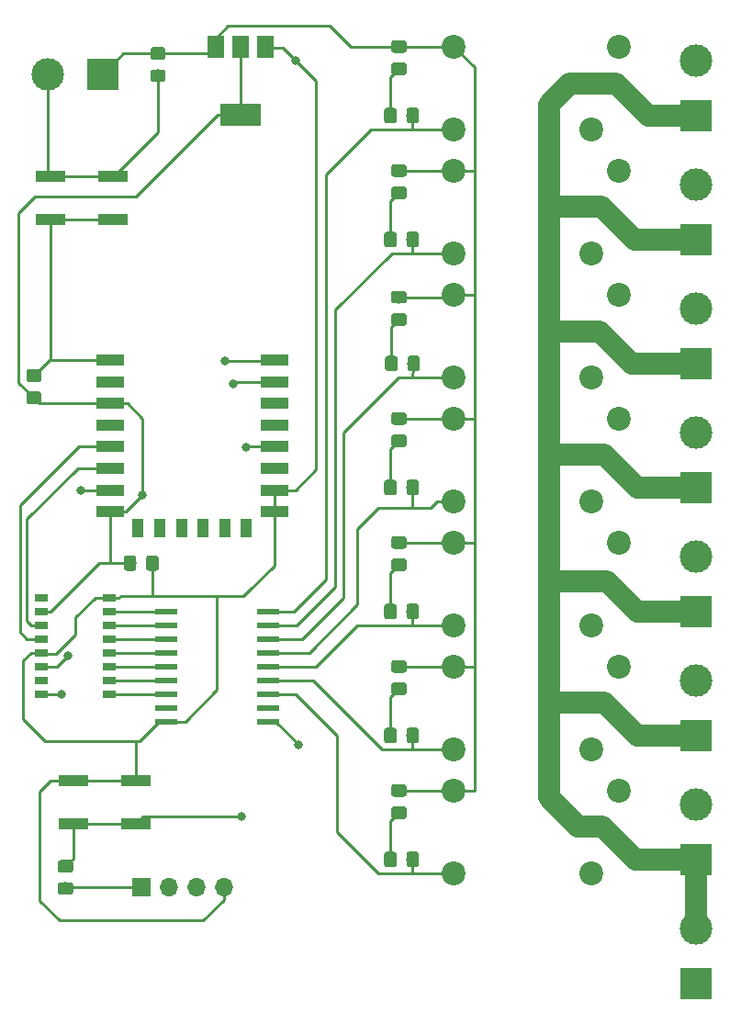
<source format=gbr>
G04 #@! TF.GenerationSoftware,KiCad,Pcbnew,5.0.1-33cea8e~68~ubuntu18.04.1*
G04 #@! TF.CreationDate,2018-11-29T08:35:32+01:00*
G04 #@! TF.ProjectId,7RelaysEtCommun,3752656C6179734574436F6D6D756E2E,rev?*
G04 #@! TF.SameCoordinates,Original*
G04 #@! TF.FileFunction,Copper,L1,Top,Signal*
G04 #@! TF.FilePolarity,Positive*
%FSLAX46Y46*%
G04 Gerber Fmt 4.6, Leading zero omitted, Abs format (unit mm)*
G04 Created by KiCad (PCBNEW 5.0.1-33cea8e~68~ubuntu18.04.1) date jeu. 29 nov. 2018 08:35:32 CET*
%MOMM*%
%LPD*%
G01*
G04 APERTURE LIST*
G04 #@! TA.AperFunction,ComponentPad*
%ADD10C,2.200000*%
G04 #@! TD*
G04 #@! TA.AperFunction,SMDPad,CuDef*
%ADD11R,1.300000X0.800000*%
G04 #@! TD*
G04 #@! TA.AperFunction,Conductor*
%ADD12C,0.100000*%
G04 #@! TD*
G04 #@! TA.AperFunction,SMDPad,CuDef*
%ADD13C,1.150000*%
G04 #@! TD*
G04 #@! TA.AperFunction,ComponentPad*
%ADD14R,3.000000X3.000000*%
G04 #@! TD*
G04 #@! TA.AperFunction,ComponentPad*
%ADD15C,3.000000*%
G04 #@! TD*
G04 #@! TA.AperFunction,SMDPad,CuDef*
%ADD16R,2.750000X1.000000*%
G04 #@! TD*
G04 #@! TA.AperFunction,SMDPad,CuDef*
%ADD17R,3.800000X2.000000*%
G04 #@! TD*
G04 #@! TA.AperFunction,SMDPad,CuDef*
%ADD18R,1.500000X2.000000*%
G04 #@! TD*
G04 #@! TA.AperFunction,SMDPad,CuDef*
%ADD19R,2.500000X1.000000*%
G04 #@! TD*
G04 #@! TA.AperFunction,SMDPad,CuDef*
%ADD20R,1.000000X1.800000*%
G04 #@! TD*
G04 #@! TA.AperFunction,SMDPad,CuDef*
%ADD21R,2.000000X0.600000*%
G04 #@! TD*
G04 #@! TA.AperFunction,ComponentPad*
%ADD22R,1.700000X1.700000*%
G04 #@! TD*
G04 #@! TA.AperFunction,ComponentPad*
%ADD23O,1.700000X1.700000*%
G04 #@! TD*
G04 #@! TA.AperFunction,ViaPad*
%ADD24C,0.800000*%
G04 #@! TD*
G04 #@! TA.AperFunction,Conductor*
%ADD25C,0.250000*%
G04 #@! TD*
G04 #@! TA.AperFunction,Conductor*
%ADD26C,2.000000*%
G04 #@! TD*
G04 APERTURE END LIST*
D10*
G04 #@! TO.P,K7,1*
G04 #@! TO.N,/OUT7*
X172720000Y-123190000D03*
G04 #@! TO.P,K7,2*
G04 #@! TO.N,/5V*
X172720000Y-115570000D03*
G04 #@! TO.P,K7,4*
G04 #@! TO.N,/PH*
X185420000Y-123190000D03*
G04 #@! TO.P,K7,3*
G04 #@! TO.N,Net-(J8-Pad2)*
X187960000Y-115570000D03*
G04 #@! TD*
D11*
G04 #@! TO.P,U1,1*
G04 #@! TO.N,/L7*
X140945000Y-106685000D03*
G04 #@! TO.P,U1,2*
G04 #@! TO.N,/L6*
X140945000Y-105405000D03*
G04 #@! TO.P,U1,3*
G04 #@! TO.N,/L5*
X140945000Y-104145000D03*
G04 #@! TO.P,U1,4*
G04 #@! TO.N,/L4*
X140945000Y-102875000D03*
G04 #@! TO.P,U1,5*
G04 #@! TO.N,/L3*
X140945000Y-101595000D03*
G04 #@! TO.P,U1,6*
G04 #@! TO.N,/L2*
X140945000Y-100325000D03*
G04 #@! TO.P,U1,7*
G04 #@! TO.N,/L1*
X140945000Y-99065000D03*
G04 #@! TO.P,U1,8*
G04 #@! TO.N,/GND*
X140945000Y-97785000D03*
G04 #@! TO.P,U1,9*
G04 #@! TO.N,Net-(U1-Pad9)*
X134645000Y-97785000D03*
G04 #@! TO.P,U1,10*
G04 #@! TO.N,/3V3*
X134645000Y-99065000D03*
G04 #@! TO.P,U1,11*
G04 #@! TO.N,/SRCLK*
X134645000Y-100325000D03*
G04 #@! TO.P,U1,12*
G04 #@! TO.N,/RCLK*
X134645000Y-101595000D03*
G04 #@! TO.P,U1,13*
G04 #@! TO.N,/GND*
X134645000Y-102875000D03*
G04 #@! TO.P,U1,14*
G04 #@! TO.N,/SER*
X134645000Y-104145000D03*
G04 #@! TO.P,U1,15*
G04 #@! TO.N,Net-(U1-Pad15)*
X134645000Y-105405000D03*
G04 #@! TO.P,U1,16*
G04 #@! TO.N,/3V3*
X134645000Y-106685000D03*
G04 #@! TD*
D12*
G04 #@! TO.N,Net-(D1-Pad1)*
G04 #@! TO.C,D1*
G36*
X168114505Y-48466204D02*
X168138773Y-48469804D01*
X168162572Y-48475765D01*
X168185671Y-48484030D01*
X168207850Y-48494520D01*
X168228893Y-48507132D01*
X168248599Y-48521747D01*
X168266777Y-48538223D01*
X168283253Y-48556401D01*
X168297868Y-48576107D01*
X168310480Y-48597150D01*
X168320970Y-48619329D01*
X168329235Y-48642428D01*
X168335196Y-48666227D01*
X168338796Y-48690495D01*
X168340000Y-48714999D01*
X168340000Y-49365001D01*
X168338796Y-49389505D01*
X168335196Y-49413773D01*
X168329235Y-49437572D01*
X168320970Y-49460671D01*
X168310480Y-49482850D01*
X168297868Y-49503893D01*
X168283253Y-49523599D01*
X168266777Y-49541777D01*
X168248599Y-49558253D01*
X168228893Y-49572868D01*
X168207850Y-49585480D01*
X168185671Y-49595970D01*
X168162572Y-49604235D01*
X168138773Y-49610196D01*
X168114505Y-49613796D01*
X168090001Y-49615000D01*
X167189999Y-49615000D01*
X167165495Y-49613796D01*
X167141227Y-49610196D01*
X167117428Y-49604235D01*
X167094329Y-49595970D01*
X167072150Y-49585480D01*
X167051107Y-49572868D01*
X167031401Y-49558253D01*
X167013223Y-49541777D01*
X166996747Y-49523599D01*
X166982132Y-49503893D01*
X166969520Y-49482850D01*
X166959030Y-49460671D01*
X166950765Y-49437572D01*
X166944804Y-49413773D01*
X166941204Y-49389505D01*
X166940000Y-49365001D01*
X166940000Y-48714999D01*
X166941204Y-48690495D01*
X166944804Y-48666227D01*
X166950765Y-48642428D01*
X166959030Y-48619329D01*
X166969520Y-48597150D01*
X166982132Y-48576107D01*
X166996747Y-48556401D01*
X167013223Y-48538223D01*
X167031401Y-48521747D01*
X167051107Y-48507132D01*
X167072150Y-48494520D01*
X167094329Y-48484030D01*
X167117428Y-48475765D01*
X167141227Y-48469804D01*
X167165495Y-48466204D01*
X167189999Y-48465000D01*
X168090001Y-48465000D01*
X168114505Y-48466204D01*
X168114505Y-48466204D01*
G37*
D13*
G04 #@! TD*
G04 #@! TO.P,D1,1*
G04 #@! TO.N,Net-(D1-Pad1)*
X167640000Y-49040000D03*
D12*
G04 #@! TO.N,/5V*
G04 #@! TO.C,D1*
G36*
X168114505Y-46416204D02*
X168138773Y-46419804D01*
X168162572Y-46425765D01*
X168185671Y-46434030D01*
X168207850Y-46444520D01*
X168228893Y-46457132D01*
X168248599Y-46471747D01*
X168266777Y-46488223D01*
X168283253Y-46506401D01*
X168297868Y-46526107D01*
X168310480Y-46547150D01*
X168320970Y-46569329D01*
X168329235Y-46592428D01*
X168335196Y-46616227D01*
X168338796Y-46640495D01*
X168340000Y-46664999D01*
X168340000Y-47315001D01*
X168338796Y-47339505D01*
X168335196Y-47363773D01*
X168329235Y-47387572D01*
X168320970Y-47410671D01*
X168310480Y-47432850D01*
X168297868Y-47453893D01*
X168283253Y-47473599D01*
X168266777Y-47491777D01*
X168248599Y-47508253D01*
X168228893Y-47522868D01*
X168207850Y-47535480D01*
X168185671Y-47545970D01*
X168162572Y-47554235D01*
X168138773Y-47560196D01*
X168114505Y-47563796D01*
X168090001Y-47565000D01*
X167189999Y-47565000D01*
X167165495Y-47563796D01*
X167141227Y-47560196D01*
X167117428Y-47554235D01*
X167094329Y-47545970D01*
X167072150Y-47535480D01*
X167051107Y-47522868D01*
X167031401Y-47508253D01*
X167013223Y-47491777D01*
X166996747Y-47473599D01*
X166982132Y-47453893D01*
X166969520Y-47432850D01*
X166959030Y-47410671D01*
X166950765Y-47387572D01*
X166944804Y-47363773D01*
X166941204Y-47339505D01*
X166940000Y-47315001D01*
X166940000Y-46664999D01*
X166941204Y-46640495D01*
X166944804Y-46616227D01*
X166950765Y-46592428D01*
X166959030Y-46569329D01*
X166969520Y-46547150D01*
X166982132Y-46526107D01*
X166996747Y-46506401D01*
X167013223Y-46488223D01*
X167031401Y-46471747D01*
X167051107Y-46457132D01*
X167072150Y-46444520D01*
X167094329Y-46434030D01*
X167117428Y-46425765D01*
X167141227Y-46419804D01*
X167165495Y-46416204D01*
X167189999Y-46415000D01*
X168090001Y-46415000D01*
X168114505Y-46416204D01*
X168114505Y-46416204D01*
G37*
D13*
G04 #@! TD*
G04 #@! TO.P,D1,2*
G04 #@! TO.N,/5V*
X167640000Y-46990000D03*
D12*
G04 #@! TO.N,/5V*
G04 #@! TO.C,D2*
G36*
X168114505Y-57846204D02*
X168138773Y-57849804D01*
X168162572Y-57855765D01*
X168185671Y-57864030D01*
X168207850Y-57874520D01*
X168228893Y-57887132D01*
X168248599Y-57901747D01*
X168266777Y-57918223D01*
X168283253Y-57936401D01*
X168297868Y-57956107D01*
X168310480Y-57977150D01*
X168320970Y-57999329D01*
X168329235Y-58022428D01*
X168335196Y-58046227D01*
X168338796Y-58070495D01*
X168340000Y-58094999D01*
X168340000Y-58745001D01*
X168338796Y-58769505D01*
X168335196Y-58793773D01*
X168329235Y-58817572D01*
X168320970Y-58840671D01*
X168310480Y-58862850D01*
X168297868Y-58883893D01*
X168283253Y-58903599D01*
X168266777Y-58921777D01*
X168248599Y-58938253D01*
X168228893Y-58952868D01*
X168207850Y-58965480D01*
X168185671Y-58975970D01*
X168162572Y-58984235D01*
X168138773Y-58990196D01*
X168114505Y-58993796D01*
X168090001Y-58995000D01*
X167189999Y-58995000D01*
X167165495Y-58993796D01*
X167141227Y-58990196D01*
X167117428Y-58984235D01*
X167094329Y-58975970D01*
X167072150Y-58965480D01*
X167051107Y-58952868D01*
X167031401Y-58938253D01*
X167013223Y-58921777D01*
X166996747Y-58903599D01*
X166982132Y-58883893D01*
X166969520Y-58862850D01*
X166959030Y-58840671D01*
X166950765Y-58817572D01*
X166944804Y-58793773D01*
X166941204Y-58769505D01*
X166940000Y-58745001D01*
X166940000Y-58094999D01*
X166941204Y-58070495D01*
X166944804Y-58046227D01*
X166950765Y-58022428D01*
X166959030Y-57999329D01*
X166969520Y-57977150D01*
X166982132Y-57956107D01*
X166996747Y-57936401D01*
X167013223Y-57918223D01*
X167031401Y-57901747D01*
X167051107Y-57887132D01*
X167072150Y-57874520D01*
X167094329Y-57864030D01*
X167117428Y-57855765D01*
X167141227Y-57849804D01*
X167165495Y-57846204D01*
X167189999Y-57845000D01*
X168090001Y-57845000D01*
X168114505Y-57846204D01*
X168114505Y-57846204D01*
G37*
D13*
G04 #@! TD*
G04 #@! TO.P,D2,2*
G04 #@! TO.N,/5V*
X167640000Y-58420000D03*
D12*
G04 #@! TO.N,Net-(D2-Pad1)*
G04 #@! TO.C,D2*
G36*
X168114505Y-59896204D02*
X168138773Y-59899804D01*
X168162572Y-59905765D01*
X168185671Y-59914030D01*
X168207850Y-59924520D01*
X168228893Y-59937132D01*
X168248599Y-59951747D01*
X168266777Y-59968223D01*
X168283253Y-59986401D01*
X168297868Y-60006107D01*
X168310480Y-60027150D01*
X168320970Y-60049329D01*
X168329235Y-60072428D01*
X168335196Y-60096227D01*
X168338796Y-60120495D01*
X168340000Y-60144999D01*
X168340000Y-60795001D01*
X168338796Y-60819505D01*
X168335196Y-60843773D01*
X168329235Y-60867572D01*
X168320970Y-60890671D01*
X168310480Y-60912850D01*
X168297868Y-60933893D01*
X168283253Y-60953599D01*
X168266777Y-60971777D01*
X168248599Y-60988253D01*
X168228893Y-61002868D01*
X168207850Y-61015480D01*
X168185671Y-61025970D01*
X168162572Y-61034235D01*
X168138773Y-61040196D01*
X168114505Y-61043796D01*
X168090001Y-61045000D01*
X167189999Y-61045000D01*
X167165495Y-61043796D01*
X167141227Y-61040196D01*
X167117428Y-61034235D01*
X167094329Y-61025970D01*
X167072150Y-61015480D01*
X167051107Y-61002868D01*
X167031401Y-60988253D01*
X167013223Y-60971777D01*
X166996747Y-60953599D01*
X166982132Y-60933893D01*
X166969520Y-60912850D01*
X166959030Y-60890671D01*
X166950765Y-60867572D01*
X166944804Y-60843773D01*
X166941204Y-60819505D01*
X166940000Y-60795001D01*
X166940000Y-60144999D01*
X166941204Y-60120495D01*
X166944804Y-60096227D01*
X166950765Y-60072428D01*
X166959030Y-60049329D01*
X166969520Y-60027150D01*
X166982132Y-60006107D01*
X166996747Y-59986401D01*
X167013223Y-59968223D01*
X167031401Y-59951747D01*
X167051107Y-59937132D01*
X167072150Y-59924520D01*
X167094329Y-59914030D01*
X167117428Y-59905765D01*
X167141227Y-59899804D01*
X167165495Y-59896204D01*
X167189999Y-59895000D01*
X168090001Y-59895000D01*
X168114505Y-59896204D01*
X168114505Y-59896204D01*
G37*
D13*
G04 #@! TD*
G04 #@! TO.P,D2,1*
G04 #@! TO.N,Net-(D2-Pad1)*
X167640000Y-60470000D03*
D12*
G04 #@! TO.N,/5V*
G04 #@! TO.C,D3*
G36*
X168114505Y-69521204D02*
X168138773Y-69524804D01*
X168162572Y-69530765D01*
X168185671Y-69539030D01*
X168207850Y-69549520D01*
X168228893Y-69562132D01*
X168248599Y-69576747D01*
X168266777Y-69593223D01*
X168283253Y-69611401D01*
X168297868Y-69631107D01*
X168310480Y-69652150D01*
X168320970Y-69674329D01*
X168329235Y-69697428D01*
X168335196Y-69721227D01*
X168338796Y-69745495D01*
X168340000Y-69769999D01*
X168340000Y-70420001D01*
X168338796Y-70444505D01*
X168335196Y-70468773D01*
X168329235Y-70492572D01*
X168320970Y-70515671D01*
X168310480Y-70537850D01*
X168297868Y-70558893D01*
X168283253Y-70578599D01*
X168266777Y-70596777D01*
X168248599Y-70613253D01*
X168228893Y-70627868D01*
X168207850Y-70640480D01*
X168185671Y-70650970D01*
X168162572Y-70659235D01*
X168138773Y-70665196D01*
X168114505Y-70668796D01*
X168090001Y-70670000D01*
X167189999Y-70670000D01*
X167165495Y-70668796D01*
X167141227Y-70665196D01*
X167117428Y-70659235D01*
X167094329Y-70650970D01*
X167072150Y-70640480D01*
X167051107Y-70627868D01*
X167031401Y-70613253D01*
X167013223Y-70596777D01*
X166996747Y-70578599D01*
X166982132Y-70558893D01*
X166969520Y-70537850D01*
X166959030Y-70515671D01*
X166950765Y-70492572D01*
X166944804Y-70468773D01*
X166941204Y-70444505D01*
X166940000Y-70420001D01*
X166940000Y-69769999D01*
X166941204Y-69745495D01*
X166944804Y-69721227D01*
X166950765Y-69697428D01*
X166959030Y-69674329D01*
X166969520Y-69652150D01*
X166982132Y-69631107D01*
X166996747Y-69611401D01*
X167013223Y-69593223D01*
X167031401Y-69576747D01*
X167051107Y-69562132D01*
X167072150Y-69549520D01*
X167094329Y-69539030D01*
X167117428Y-69530765D01*
X167141227Y-69524804D01*
X167165495Y-69521204D01*
X167189999Y-69520000D01*
X168090001Y-69520000D01*
X168114505Y-69521204D01*
X168114505Y-69521204D01*
G37*
D13*
G04 #@! TD*
G04 #@! TO.P,D3,2*
G04 #@! TO.N,/5V*
X167640000Y-70095000D03*
D12*
G04 #@! TO.N,Net-(D3-Pad1)*
G04 #@! TO.C,D3*
G36*
X168114505Y-71571204D02*
X168138773Y-71574804D01*
X168162572Y-71580765D01*
X168185671Y-71589030D01*
X168207850Y-71599520D01*
X168228893Y-71612132D01*
X168248599Y-71626747D01*
X168266777Y-71643223D01*
X168283253Y-71661401D01*
X168297868Y-71681107D01*
X168310480Y-71702150D01*
X168320970Y-71724329D01*
X168329235Y-71747428D01*
X168335196Y-71771227D01*
X168338796Y-71795495D01*
X168340000Y-71819999D01*
X168340000Y-72470001D01*
X168338796Y-72494505D01*
X168335196Y-72518773D01*
X168329235Y-72542572D01*
X168320970Y-72565671D01*
X168310480Y-72587850D01*
X168297868Y-72608893D01*
X168283253Y-72628599D01*
X168266777Y-72646777D01*
X168248599Y-72663253D01*
X168228893Y-72677868D01*
X168207850Y-72690480D01*
X168185671Y-72700970D01*
X168162572Y-72709235D01*
X168138773Y-72715196D01*
X168114505Y-72718796D01*
X168090001Y-72720000D01*
X167189999Y-72720000D01*
X167165495Y-72718796D01*
X167141227Y-72715196D01*
X167117428Y-72709235D01*
X167094329Y-72700970D01*
X167072150Y-72690480D01*
X167051107Y-72677868D01*
X167031401Y-72663253D01*
X167013223Y-72646777D01*
X166996747Y-72628599D01*
X166982132Y-72608893D01*
X166969520Y-72587850D01*
X166959030Y-72565671D01*
X166950765Y-72542572D01*
X166944804Y-72518773D01*
X166941204Y-72494505D01*
X166940000Y-72470001D01*
X166940000Y-71819999D01*
X166941204Y-71795495D01*
X166944804Y-71771227D01*
X166950765Y-71747428D01*
X166959030Y-71724329D01*
X166969520Y-71702150D01*
X166982132Y-71681107D01*
X166996747Y-71661401D01*
X167013223Y-71643223D01*
X167031401Y-71626747D01*
X167051107Y-71612132D01*
X167072150Y-71599520D01*
X167094329Y-71589030D01*
X167117428Y-71580765D01*
X167141227Y-71574804D01*
X167165495Y-71571204D01*
X167189999Y-71570000D01*
X168090001Y-71570000D01*
X168114505Y-71571204D01*
X168114505Y-71571204D01*
G37*
D13*
G04 #@! TD*
G04 #@! TO.P,D3,1*
G04 #@! TO.N,Net-(D3-Pad1)*
X167640000Y-72145000D03*
D12*
G04 #@! TO.N,Net-(D4-Pad1)*
G04 #@! TO.C,D4*
G36*
X168114505Y-82756204D02*
X168138773Y-82759804D01*
X168162572Y-82765765D01*
X168185671Y-82774030D01*
X168207850Y-82784520D01*
X168228893Y-82797132D01*
X168248599Y-82811747D01*
X168266777Y-82828223D01*
X168283253Y-82846401D01*
X168297868Y-82866107D01*
X168310480Y-82887150D01*
X168320970Y-82909329D01*
X168329235Y-82932428D01*
X168335196Y-82956227D01*
X168338796Y-82980495D01*
X168340000Y-83004999D01*
X168340000Y-83655001D01*
X168338796Y-83679505D01*
X168335196Y-83703773D01*
X168329235Y-83727572D01*
X168320970Y-83750671D01*
X168310480Y-83772850D01*
X168297868Y-83793893D01*
X168283253Y-83813599D01*
X168266777Y-83831777D01*
X168248599Y-83848253D01*
X168228893Y-83862868D01*
X168207850Y-83875480D01*
X168185671Y-83885970D01*
X168162572Y-83894235D01*
X168138773Y-83900196D01*
X168114505Y-83903796D01*
X168090001Y-83905000D01*
X167189999Y-83905000D01*
X167165495Y-83903796D01*
X167141227Y-83900196D01*
X167117428Y-83894235D01*
X167094329Y-83885970D01*
X167072150Y-83875480D01*
X167051107Y-83862868D01*
X167031401Y-83848253D01*
X167013223Y-83831777D01*
X166996747Y-83813599D01*
X166982132Y-83793893D01*
X166969520Y-83772850D01*
X166959030Y-83750671D01*
X166950765Y-83727572D01*
X166944804Y-83703773D01*
X166941204Y-83679505D01*
X166940000Y-83655001D01*
X166940000Y-83004999D01*
X166941204Y-82980495D01*
X166944804Y-82956227D01*
X166950765Y-82932428D01*
X166959030Y-82909329D01*
X166969520Y-82887150D01*
X166982132Y-82866107D01*
X166996747Y-82846401D01*
X167013223Y-82828223D01*
X167031401Y-82811747D01*
X167051107Y-82797132D01*
X167072150Y-82784520D01*
X167094329Y-82774030D01*
X167117428Y-82765765D01*
X167141227Y-82759804D01*
X167165495Y-82756204D01*
X167189999Y-82755000D01*
X168090001Y-82755000D01*
X168114505Y-82756204D01*
X168114505Y-82756204D01*
G37*
D13*
G04 #@! TD*
G04 #@! TO.P,D4,1*
G04 #@! TO.N,Net-(D4-Pad1)*
X167640000Y-83330000D03*
D12*
G04 #@! TO.N,/5V*
G04 #@! TO.C,D4*
G36*
X168114505Y-80706204D02*
X168138773Y-80709804D01*
X168162572Y-80715765D01*
X168185671Y-80724030D01*
X168207850Y-80734520D01*
X168228893Y-80747132D01*
X168248599Y-80761747D01*
X168266777Y-80778223D01*
X168283253Y-80796401D01*
X168297868Y-80816107D01*
X168310480Y-80837150D01*
X168320970Y-80859329D01*
X168329235Y-80882428D01*
X168335196Y-80906227D01*
X168338796Y-80930495D01*
X168340000Y-80954999D01*
X168340000Y-81605001D01*
X168338796Y-81629505D01*
X168335196Y-81653773D01*
X168329235Y-81677572D01*
X168320970Y-81700671D01*
X168310480Y-81722850D01*
X168297868Y-81743893D01*
X168283253Y-81763599D01*
X168266777Y-81781777D01*
X168248599Y-81798253D01*
X168228893Y-81812868D01*
X168207850Y-81825480D01*
X168185671Y-81835970D01*
X168162572Y-81844235D01*
X168138773Y-81850196D01*
X168114505Y-81853796D01*
X168090001Y-81855000D01*
X167189999Y-81855000D01*
X167165495Y-81853796D01*
X167141227Y-81850196D01*
X167117428Y-81844235D01*
X167094329Y-81835970D01*
X167072150Y-81825480D01*
X167051107Y-81812868D01*
X167031401Y-81798253D01*
X167013223Y-81781777D01*
X166996747Y-81763599D01*
X166982132Y-81743893D01*
X166969520Y-81722850D01*
X166959030Y-81700671D01*
X166950765Y-81677572D01*
X166944804Y-81653773D01*
X166941204Y-81629505D01*
X166940000Y-81605001D01*
X166940000Y-80954999D01*
X166941204Y-80930495D01*
X166944804Y-80906227D01*
X166950765Y-80882428D01*
X166959030Y-80859329D01*
X166969520Y-80837150D01*
X166982132Y-80816107D01*
X166996747Y-80796401D01*
X167013223Y-80778223D01*
X167031401Y-80761747D01*
X167051107Y-80747132D01*
X167072150Y-80734520D01*
X167094329Y-80724030D01*
X167117428Y-80715765D01*
X167141227Y-80709804D01*
X167165495Y-80706204D01*
X167189999Y-80705000D01*
X168090001Y-80705000D01*
X168114505Y-80706204D01*
X168114505Y-80706204D01*
G37*
D13*
G04 #@! TD*
G04 #@! TO.P,D4,2*
G04 #@! TO.N,/5V*
X167640000Y-81280000D03*
D12*
G04 #@! TO.N,/5V*
G04 #@! TO.C,D5*
G36*
X168114505Y-92136204D02*
X168138773Y-92139804D01*
X168162572Y-92145765D01*
X168185671Y-92154030D01*
X168207850Y-92164520D01*
X168228893Y-92177132D01*
X168248599Y-92191747D01*
X168266777Y-92208223D01*
X168283253Y-92226401D01*
X168297868Y-92246107D01*
X168310480Y-92267150D01*
X168320970Y-92289329D01*
X168329235Y-92312428D01*
X168335196Y-92336227D01*
X168338796Y-92360495D01*
X168340000Y-92384999D01*
X168340000Y-93035001D01*
X168338796Y-93059505D01*
X168335196Y-93083773D01*
X168329235Y-93107572D01*
X168320970Y-93130671D01*
X168310480Y-93152850D01*
X168297868Y-93173893D01*
X168283253Y-93193599D01*
X168266777Y-93211777D01*
X168248599Y-93228253D01*
X168228893Y-93242868D01*
X168207850Y-93255480D01*
X168185671Y-93265970D01*
X168162572Y-93274235D01*
X168138773Y-93280196D01*
X168114505Y-93283796D01*
X168090001Y-93285000D01*
X167189999Y-93285000D01*
X167165495Y-93283796D01*
X167141227Y-93280196D01*
X167117428Y-93274235D01*
X167094329Y-93265970D01*
X167072150Y-93255480D01*
X167051107Y-93242868D01*
X167031401Y-93228253D01*
X167013223Y-93211777D01*
X166996747Y-93193599D01*
X166982132Y-93173893D01*
X166969520Y-93152850D01*
X166959030Y-93130671D01*
X166950765Y-93107572D01*
X166944804Y-93083773D01*
X166941204Y-93059505D01*
X166940000Y-93035001D01*
X166940000Y-92384999D01*
X166941204Y-92360495D01*
X166944804Y-92336227D01*
X166950765Y-92312428D01*
X166959030Y-92289329D01*
X166969520Y-92267150D01*
X166982132Y-92246107D01*
X166996747Y-92226401D01*
X167013223Y-92208223D01*
X167031401Y-92191747D01*
X167051107Y-92177132D01*
X167072150Y-92164520D01*
X167094329Y-92154030D01*
X167117428Y-92145765D01*
X167141227Y-92139804D01*
X167165495Y-92136204D01*
X167189999Y-92135000D01*
X168090001Y-92135000D01*
X168114505Y-92136204D01*
X168114505Y-92136204D01*
G37*
D13*
G04 #@! TD*
G04 #@! TO.P,D5,2*
G04 #@! TO.N,/5V*
X167640000Y-92710000D03*
D12*
G04 #@! TO.N,Net-(D5-Pad1)*
G04 #@! TO.C,D5*
G36*
X168114505Y-94186204D02*
X168138773Y-94189804D01*
X168162572Y-94195765D01*
X168185671Y-94204030D01*
X168207850Y-94214520D01*
X168228893Y-94227132D01*
X168248599Y-94241747D01*
X168266777Y-94258223D01*
X168283253Y-94276401D01*
X168297868Y-94296107D01*
X168310480Y-94317150D01*
X168320970Y-94339329D01*
X168329235Y-94362428D01*
X168335196Y-94386227D01*
X168338796Y-94410495D01*
X168340000Y-94434999D01*
X168340000Y-95085001D01*
X168338796Y-95109505D01*
X168335196Y-95133773D01*
X168329235Y-95157572D01*
X168320970Y-95180671D01*
X168310480Y-95202850D01*
X168297868Y-95223893D01*
X168283253Y-95243599D01*
X168266777Y-95261777D01*
X168248599Y-95278253D01*
X168228893Y-95292868D01*
X168207850Y-95305480D01*
X168185671Y-95315970D01*
X168162572Y-95324235D01*
X168138773Y-95330196D01*
X168114505Y-95333796D01*
X168090001Y-95335000D01*
X167189999Y-95335000D01*
X167165495Y-95333796D01*
X167141227Y-95330196D01*
X167117428Y-95324235D01*
X167094329Y-95315970D01*
X167072150Y-95305480D01*
X167051107Y-95292868D01*
X167031401Y-95278253D01*
X167013223Y-95261777D01*
X166996747Y-95243599D01*
X166982132Y-95223893D01*
X166969520Y-95202850D01*
X166959030Y-95180671D01*
X166950765Y-95157572D01*
X166944804Y-95133773D01*
X166941204Y-95109505D01*
X166940000Y-95085001D01*
X166940000Y-94434999D01*
X166941204Y-94410495D01*
X166944804Y-94386227D01*
X166950765Y-94362428D01*
X166959030Y-94339329D01*
X166969520Y-94317150D01*
X166982132Y-94296107D01*
X166996747Y-94276401D01*
X167013223Y-94258223D01*
X167031401Y-94241747D01*
X167051107Y-94227132D01*
X167072150Y-94214520D01*
X167094329Y-94204030D01*
X167117428Y-94195765D01*
X167141227Y-94189804D01*
X167165495Y-94186204D01*
X167189999Y-94185000D01*
X168090001Y-94185000D01*
X168114505Y-94186204D01*
X168114505Y-94186204D01*
G37*
D13*
G04 #@! TD*
G04 #@! TO.P,D5,1*
G04 #@! TO.N,Net-(D5-Pad1)*
X167640000Y-94760000D03*
D12*
G04 #@! TO.N,Net-(D6-Pad1)*
G04 #@! TO.C,D6*
G36*
X168114505Y-105616204D02*
X168138773Y-105619804D01*
X168162572Y-105625765D01*
X168185671Y-105634030D01*
X168207850Y-105644520D01*
X168228893Y-105657132D01*
X168248599Y-105671747D01*
X168266777Y-105688223D01*
X168283253Y-105706401D01*
X168297868Y-105726107D01*
X168310480Y-105747150D01*
X168320970Y-105769329D01*
X168329235Y-105792428D01*
X168335196Y-105816227D01*
X168338796Y-105840495D01*
X168340000Y-105864999D01*
X168340000Y-106515001D01*
X168338796Y-106539505D01*
X168335196Y-106563773D01*
X168329235Y-106587572D01*
X168320970Y-106610671D01*
X168310480Y-106632850D01*
X168297868Y-106653893D01*
X168283253Y-106673599D01*
X168266777Y-106691777D01*
X168248599Y-106708253D01*
X168228893Y-106722868D01*
X168207850Y-106735480D01*
X168185671Y-106745970D01*
X168162572Y-106754235D01*
X168138773Y-106760196D01*
X168114505Y-106763796D01*
X168090001Y-106765000D01*
X167189999Y-106765000D01*
X167165495Y-106763796D01*
X167141227Y-106760196D01*
X167117428Y-106754235D01*
X167094329Y-106745970D01*
X167072150Y-106735480D01*
X167051107Y-106722868D01*
X167031401Y-106708253D01*
X167013223Y-106691777D01*
X166996747Y-106673599D01*
X166982132Y-106653893D01*
X166969520Y-106632850D01*
X166959030Y-106610671D01*
X166950765Y-106587572D01*
X166944804Y-106563773D01*
X166941204Y-106539505D01*
X166940000Y-106515001D01*
X166940000Y-105864999D01*
X166941204Y-105840495D01*
X166944804Y-105816227D01*
X166950765Y-105792428D01*
X166959030Y-105769329D01*
X166969520Y-105747150D01*
X166982132Y-105726107D01*
X166996747Y-105706401D01*
X167013223Y-105688223D01*
X167031401Y-105671747D01*
X167051107Y-105657132D01*
X167072150Y-105644520D01*
X167094329Y-105634030D01*
X167117428Y-105625765D01*
X167141227Y-105619804D01*
X167165495Y-105616204D01*
X167189999Y-105615000D01*
X168090001Y-105615000D01*
X168114505Y-105616204D01*
X168114505Y-105616204D01*
G37*
D13*
G04 #@! TD*
G04 #@! TO.P,D6,1*
G04 #@! TO.N,Net-(D6-Pad1)*
X167640000Y-106190000D03*
D12*
G04 #@! TO.N,/5V*
G04 #@! TO.C,D6*
G36*
X168114505Y-103566204D02*
X168138773Y-103569804D01*
X168162572Y-103575765D01*
X168185671Y-103584030D01*
X168207850Y-103594520D01*
X168228893Y-103607132D01*
X168248599Y-103621747D01*
X168266777Y-103638223D01*
X168283253Y-103656401D01*
X168297868Y-103676107D01*
X168310480Y-103697150D01*
X168320970Y-103719329D01*
X168329235Y-103742428D01*
X168335196Y-103766227D01*
X168338796Y-103790495D01*
X168340000Y-103814999D01*
X168340000Y-104465001D01*
X168338796Y-104489505D01*
X168335196Y-104513773D01*
X168329235Y-104537572D01*
X168320970Y-104560671D01*
X168310480Y-104582850D01*
X168297868Y-104603893D01*
X168283253Y-104623599D01*
X168266777Y-104641777D01*
X168248599Y-104658253D01*
X168228893Y-104672868D01*
X168207850Y-104685480D01*
X168185671Y-104695970D01*
X168162572Y-104704235D01*
X168138773Y-104710196D01*
X168114505Y-104713796D01*
X168090001Y-104715000D01*
X167189999Y-104715000D01*
X167165495Y-104713796D01*
X167141227Y-104710196D01*
X167117428Y-104704235D01*
X167094329Y-104695970D01*
X167072150Y-104685480D01*
X167051107Y-104672868D01*
X167031401Y-104658253D01*
X167013223Y-104641777D01*
X166996747Y-104623599D01*
X166982132Y-104603893D01*
X166969520Y-104582850D01*
X166959030Y-104560671D01*
X166950765Y-104537572D01*
X166944804Y-104513773D01*
X166941204Y-104489505D01*
X166940000Y-104465001D01*
X166940000Y-103814999D01*
X166941204Y-103790495D01*
X166944804Y-103766227D01*
X166950765Y-103742428D01*
X166959030Y-103719329D01*
X166969520Y-103697150D01*
X166982132Y-103676107D01*
X166996747Y-103656401D01*
X167013223Y-103638223D01*
X167031401Y-103621747D01*
X167051107Y-103607132D01*
X167072150Y-103594520D01*
X167094329Y-103584030D01*
X167117428Y-103575765D01*
X167141227Y-103569804D01*
X167165495Y-103566204D01*
X167189999Y-103565000D01*
X168090001Y-103565000D01*
X168114505Y-103566204D01*
X168114505Y-103566204D01*
G37*
D13*
G04 #@! TD*
G04 #@! TO.P,D6,2*
G04 #@! TO.N,/5V*
X167640000Y-104140000D03*
D12*
G04 #@! TO.N,/5V*
G04 #@! TO.C,D7*
G36*
X168114505Y-114996204D02*
X168138773Y-114999804D01*
X168162572Y-115005765D01*
X168185671Y-115014030D01*
X168207850Y-115024520D01*
X168228893Y-115037132D01*
X168248599Y-115051747D01*
X168266777Y-115068223D01*
X168283253Y-115086401D01*
X168297868Y-115106107D01*
X168310480Y-115127150D01*
X168320970Y-115149329D01*
X168329235Y-115172428D01*
X168335196Y-115196227D01*
X168338796Y-115220495D01*
X168340000Y-115244999D01*
X168340000Y-115895001D01*
X168338796Y-115919505D01*
X168335196Y-115943773D01*
X168329235Y-115967572D01*
X168320970Y-115990671D01*
X168310480Y-116012850D01*
X168297868Y-116033893D01*
X168283253Y-116053599D01*
X168266777Y-116071777D01*
X168248599Y-116088253D01*
X168228893Y-116102868D01*
X168207850Y-116115480D01*
X168185671Y-116125970D01*
X168162572Y-116134235D01*
X168138773Y-116140196D01*
X168114505Y-116143796D01*
X168090001Y-116145000D01*
X167189999Y-116145000D01*
X167165495Y-116143796D01*
X167141227Y-116140196D01*
X167117428Y-116134235D01*
X167094329Y-116125970D01*
X167072150Y-116115480D01*
X167051107Y-116102868D01*
X167031401Y-116088253D01*
X167013223Y-116071777D01*
X166996747Y-116053599D01*
X166982132Y-116033893D01*
X166969520Y-116012850D01*
X166959030Y-115990671D01*
X166950765Y-115967572D01*
X166944804Y-115943773D01*
X166941204Y-115919505D01*
X166940000Y-115895001D01*
X166940000Y-115244999D01*
X166941204Y-115220495D01*
X166944804Y-115196227D01*
X166950765Y-115172428D01*
X166959030Y-115149329D01*
X166969520Y-115127150D01*
X166982132Y-115106107D01*
X166996747Y-115086401D01*
X167013223Y-115068223D01*
X167031401Y-115051747D01*
X167051107Y-115037132D01*
X167072150Y-115024520D01*
X167094329Y-115014030D01*
X167117428Y-115005765D01*
X167141227Y-114999804D01*
X167165495Y-114996204D01*
X167189999Y-114995000D01*
X168090001Y-114995000D01*
X168114505Y-114996204D01*
X168114505Y-114996204D01*
G37*
D13*
G04 #@! TD*
G04 #@! TO.P,D7,2*
G04 #@! TO.N,/5V*
X167640000Y-115570000D03*
D12*
G04 #@! TO.N,Net-(D7-Pad1)*
G04 #@! TO.C,D7*
G36*
X168114505Y-117046204D02*
X168138773Y-117049804D01*
X168162572Y-117055765D01*
X168185671Y-117064030D01*
X168207850Y-117074520D01*
X168228893Y-117087132D01*
X168248599Y-117101747D01*
X168266777Y-117118223D01*
X168283253Y-117136401D01*
X168297868Y-117156107D01*
X168310480Y-117177150D01*
X168320970Y-117199329D01*
X168329235Y-117222428D01*
X168335196Y-117246227D01*
X168338796Y-117270495D01*
X168340000Y-117294999D01*
X168340000Y-117945001D01*
X168338796Y-117969505D01*
X168335196Y-117993773D01*
X168329235Y-118017572D01*
X168320970Y-118040671D01*
X168310480Y-118062850D01*
X168297868Y-118083893D01*
X168283253Y-118103599D01*
X168266777Y-118121777D01*
X168248599Y-118138253D01*
X168228893Y-118152868D01*
X168207850Y-118165480D01*
X168185671Y-118175970D01*
X168162572Y-118184235D01*
X168138773Y-118190196D01*
X168114505Y-118193796D01*
X168090001Y-118195000D01*
X167189999Y-118195000D01*
X167165495Y-118193796D01*
X167141227Y-118190196D01*
X167117428Y-118184235D01*
X167094329Y-118175970D01*
X167072150Y-118165480D01*
X167051107Y-118152868D01*
X167031401Y-118138253D01*
X167013223Y-118121777D01*
X166996747Y-118103599D01*
X166982132Y-118083893D01*
X166969520Y-118062850D01*
X166959030Y-118040671D01*
X166950765Y-118017572D01*
X166944804Y-117993773D01*
X166941204Y-117969505D01*
X166940000Y-117945001D01*
X166940000Y-117294999D01*
X166941204Y-117270495D01*
X166944804Y-117246227D01*
X166950765Y-117222428D01*
X166959030Y-117199329D01*
X166969520Y-117177150D01*
X166982132Y-117156107D01*
X166996747Y-117136401D01*
X167013223Y-117118223D01*
X167031401Y-117101747D01*
X167051107Y-117087132D01*
X167072150Y-117074520D01*
X167094329Y-117064030D01*
X167117428Y-117055765D01*
X167141227Y-117049804D01*
X167165495Y-117046204D01*
X167189999Y-117045000D01*
X168090001Y-117045000D01*
X168114505Y-117046204D01*
X168114505Y-117046204D01*
G37*
D13*
G04 #@! TD*
G04 #@! TO.P,D7,1*
G04 #@! TO.N,Net-(D7-Pad1)*
X167640000Y-117620000D03*
D14*
G04 #@! TO.P,J1,1*
G04 #@! TO.N,/5V*
X140335000Y-49530000D03*
D15*
G04 #@! TO.P,J1,2*
G04 #@! TO.N,/GND*
X135255000Y-49530000D03*
G04 #@! TD*
D14*
G04 #@! TO.P,J2,1*
G04 #@! TO.N,/NE*
X195000000Y-53340000D03*
D15*
G04 #@! TO.P,J2,2*
G04 #@! TO.N,Net-(J2-Pad2)*
X195000000Y-48260000D03*
G04 #@! TD*
G04 #@! TO.P,J3,2*
G04 #@! TO.N,Net-(J3-Pad2)*
X195000000Y-59690000D03*
D14*
G04 #@! TO.P,J3,1*
G04 #@! TO.N,/NE*
X195000000Y-64770000D03*
G04 #@! TD*
G04 #@! TO.P,J4,1*
G04 #@! TO.N,/NE*
X195000000Y-76200000D03*
D15*
G04 #@! TO.P,J4,2*
G04 #@! TO.N,Net-(J4-Pad2)*
X195000000Y-71120000D03*
G04 #@! TD*
G04 #@! TO.P,J5,2*
G04 #@! TO.N,Net-(J5-Pad2)*
X195000000Y-82550000D03*
D14*
G04 #@! TO.P,J5,1*
G04 #@! TO.N,/NE*
X195000000Y-87630000D03*
G04 #@! TD*
G04 #@! TO.P,J6,1*
G04 #@! TO.N,/NE*
X195000000Y-99060000D03*
D15*
G04 #@! TO.P,J6,2*
G04 #@! TO.N,Net-(J6-Pad2)*
X195000000Y-93980000D03*
G04 #@! TD*
G04 #@! TO.P,J7,2*
G04 #@! TO.N,Net-(J7-Pad2)*
X195000000Y-105410000D03*
D14*
G04 #@! TO.P,J7,1*
G04 #@! TO.N,/NE*
X195000000Y-110490000D03*
G04 #@! TD*
G04 #@! TO.P,J8,1*
G04 #@! TO.N,/NE*
X195000000Y-121920000D03*
D15*
G04 #@! TO.P,J8,2*
G04 #@! TO.N,Net-(J8-Pad2)*
X195000000Y-116840000D03*
G04 #@! TD*
D10*
G04 #@! TO.P,K1,3*
G04 #@! TO.N,Net-(J2-Pad2)*
X187960000Y-46990000D03*
G04 #@! TO.P,K1,4*
G04 #@! TO.N,/PH*
X185420000Y-54610000D03*
G04 #@! TO.P,K1,2*
G04 #@! TO.N,/5V*
X172720000Y-46990000D03*
G04 #@! TO.P,K1,1*
G04 #@! TO.N,/OUT1*
X172720000Y-54610000D03*
G04 #@! TD*
G04 #@! TO.P,K2,1*
G04 #@! TO.N,/OUT2*
X172720000Y-66040000D03*
G04 #@! TO.P,K2,2*
G04 #@! TO.N,/5V*
X172720000Y-58420000D03*
G04 #@! TO.P,K2,4*
G04 #@! TO.N,/PH*
X185420000Y-66040000D03*
G04 #@! TO.P,K2,3*
G04 #@! TO.N,Net-(J3-Pad2)*
X187960000Y-58420000D03*
G04 #@! TD*
G04 #@! TO.P,K3,3*
G04 #@! TO.N,Net-(J4-Pad2)*
X187960000Y-69850000D03*
G04 #@! TO.P,K3,4*
G04 #@! TO.N,/PH*
X185420000Y-77470000D03*
G04 #@! TO.P,K3,2*
G04 #@! TO.N,/5V*
X172720000Y-69850000D03*
G04 #@! TO.P,K3,1*
G04 #@! TO.N,/OUT3*
X172720000Y-77470000D03*
G04 #@! TD*
G04 #@! TO.P,K4,1*
G04 #@! TO.N,/OUT4*
X172720000Y-88900000D03*
G04 #@! TO.P,K4,2*
G04 #@! TO.N,/5V*
X172720000Y-81280000D03*
G04 #@! TO.P,K4,4*
G04 #@! TO.N,/PH*
X185420000Y-88900000D03*
G04 #@! TO.P,K4,3*
G04 #@! TO.N,Net-(J5-Pad2)*
X187960000Y-81280000D03*
G04 #@! TD*
G04 #@! TO.P,K5,1*
G04 #@! TO.N,/OUT5*
X172720000Y-100330000D03*
G04 #@! TO.P,K5,2*
G04 #@! TO.N,/5V*
X172720000Y-92710000D03*
G04 #@! TO.P,K5,4*
G04 #@! TO.N,/PH*
X185420000Y-100330000D03*
G04 #@! TO.P,K5,3*
G04 #@! TO.N,Net-(J6-Pad2)*
X187960000Y-92710000D03*
G04 #@! TD*
G04 #@! TO.P,K6,3*
G04 #@! TO.N,Net-(J7-Pad2)*
X187960000Y-104140000D03*
G04 #@! TO.P,K6,4*
G04 #@! TO.N,/PH*
X185420000Y-111760000D03*
G04 #@! TO.P,K6,2*
G04 #@! TO.N,/5V*
X172720000Y-104140000D03*
G04 #@! TO.P,K6,1*
G04 #@! TO.N,/OUT6*
X172720000Y-111760000D03*
G04 #@! TD*
D12*
G04 #@! TO.N,Net-(R1-Pad2)*
G04 #@! TO.C,R1*
G36*
X134459505Y-76751204D02*
X134483773Y-76754804D01*
X134507572Y-76760765D01*
X134530671Y-76769030D01*
X134552850Y-76779520D01*
X134573893Y-76792132D01*
X134593599Y-76806747D01*
X134611777Y-76823223D01*
X134628253Y-76841401D01*
X134642868Y-76861107D01*
X134655480Y-76882150D01*
X134665970Y-76904329D01*
X134674235Y-76927428D01*
X134680196Y-76951227D01*
X134683796Y-76975495D01*
X134685000Y-76999999D01*
X134685000Y-77650001D01*
X134683796Y-77674505D01*
X134680196Y-77698773D01*
X134674235Y-77722572D01*
X134665970Y-77745671D01*
X134655480Y-77767850D01*
X134642868Y-77788893D01*
X134628253Y-77808599D01*
X134611777Y-77826777D01*
X134593599Y-77843253D01*
X134573893Y-77857868D01*
X134552850Y-77870480D01*
X134530671Y-77880970D01*
X134507572Y-77889235D01*
X134483773Y-77895196D01*
X134459505Y-77898796D01*
X134435001Y-77900000D01*
X133534999Y-77900000D01*
X133510495Y-77898796D01*
X133486227Y-77895196D01*
X133462428Y-77889235D01*
X133439329Y-77880970D01*
X133417150Y-77870480D01*
X133396107Y-77857868D01*
X133376401Y-77843253D01*
X133358223Y-77826777D01*
X133341747Y-77808599D01*
X133327132Y-77788893D01*
X133314520Y-77767850D01*
X133304030Y-77745671D01*
X133295765Y-77722572D01*
X133289804Y-77698773D01*
X133286204Y-77674505D01*
X133285000Y-77650001D01*
X133285000Y-76999999D01*
X133286204Y-76975495D01*
X133289804Y-76951227D01*
X133295765Y-76927428D01*
X133304030Y-76904329D01*
X133314520Y-76882150D01*
X133327132Y-76861107D01*
X133341747Y-76841401D01*
X133358223Y-76823223D01*
X133376401Y-76806747D01*
X133396107Y-76792132D01*
X133417150Y-76779520D01*
X133439329Y-76769030D01*
X133462428Y-76760765D01*
X133486227Y-76754804D01*
X133510495Y-76751204D01*
X133534999Y-76750000D01*
X134435001Y-76750000D01*
X134459505Y-76751204D01*
X134459505Y-76751204D01*
G37*
D13*
G04 #@! TD*
G04 #@! TO.P,R1,2*
G04 #@! TO.N,Net-(R1-Pad2)*
X133985000Y-77325000D03*
D12*
G04 #@! TO.N,/3V3*
G04 #@! TO.C,R1*
G36*
X134459505Y-78801204D02*
X134483773Y-78804804D01*
X134507572Y-78810765D01*
X134530671Y-78819030D01*
X134552850Y-78829520D01*
X134573893Y-78842132D01*
X134593599Y-78856747D01*
X134611777Y-78873223D01*
X134628253Y-78891401D01*
X134642868Y-78911107D01*
X134655480Y-78932150D01*
X134665970Y-78954329D01*
X134674235Y-78977428D01*
X134680196Y-79001227D01*
X134683796Y-79025495D01*
X134685000Y-79049999D01*
X134685000Y-79700001D01*
X134683796Y-79724505D01*
X134680196Y-79748773D01*
X134674235Y-79772572D01*
X134665970Y-79795671D01*
X134655480Y-79817850D01*
X134642868Y-79838893D01*
X134628253Y-79858599D01*
X134611777Y-79876777D01*
X134593599Y-79893253D01*
X134573893Y-79907868D01*
X134552850Y-79920480D01*
X134530671Y-79930970D01*
X134507572Y-79939235D01*
X134483773Y-79945196D01*
X134459505Y-79948796D01*
X134435001Y-79950000D01*
X133534999Y-79950000D01*
X133510495Y-79948796D01*
X133486227Y-79945196D01*
X133462428Y-79939235D01*
X133439329Y-79930970D01*
X133417150Y-79920480D01*
X133396107Y-79907868D01*
X133376401Y-79893253D01*
X133358223Y-79876777D01*
X133341747Y-79858599D01*
X133327132Y-79838893D01*
X133314520Y-79817850D01*
X133304030Y-79795671D01*
X133295765Y-79772572D01*
X133289804Y-79748773D01*
X133286204Y-79724505D01*
X133285000Y-79700001D01*
X133285000Y-79049999D01*
X133286204Y-79025495D01*
X133289804Y-79001227D01*
X133295765Y-78977428D01*
X133304030Y-78954329D01*
X133314520Y-78932150D01*
X133327132Y-78911107D01*
X133341747Y-78891401D01*
X133358223Y-78873223D01*
X133376401Y-78856747D01*
X133396107Y-78842132D01*
X133417150Y-78829520D01*
X133439329Y-78819030D01*
X133462428Y-78810765D01*
X133486227Y-78804804D01*
X133510495Y-78801204D01*
X133534999Y-78800000D01*
X134435001Y-78800000D01*
X134459505Y-78801204D01*
X134459505Y-78801204D01*
G37*
D13*
G04 #@! TD*
G04 #@! TO.P,R1,1*
G04 #@! TO.N,/3V3*
X133985000Y-79375000D03*
D12*
G04 #@! TO.N,/OUT1*
G04 #@! TO.C,R2*
G36*
X169259505Y-52641204D02*
X169283773Y-52644804D01*
X169307572Y-52650765D01*
X169330671Y-52659030D01*
X169352850Y-52669520D01*
X169373893Y-52682132D01*
X169393599Y-52696747D01*
X169411777Y-52713223D01*
X169428253Y-52731401D01*
X169442868Y-52751107D01*
X169455480Y-52772150D01*
X169465970Y-52794329D01*
X169474235Y-52817428D01*
X169480196Y-52841227D01*
X169483796Y-52865495D01*
X169485000Y-52889999D01*
X169485000Y-53790001D01*
X169483796Y-53814505D01*
X169480196Y-53838773D01*
X169474235Y-53862572D01*
X169465970Y-53885671D01*
X169455480Y-53907850D01*
X169442868Y-53928893D01*
X169428253Y-53948599D01*
X169411777Y-53966777D01*
X169393599Y-53983253D01*
X169373893Y-53997868D01*
X169352850Y-54010480D01*
X169330671Y-54020970D01*
X169307572Y-54029235D01*
X169283773Y-54035196D01*
X169259505Y-54038796D01*
X169235001Y-54040000D01*
X168584999Y-54040000D01*
X168560495Y-54038796D01*
X168536227Y-54035196D01*
X168512428Y-54029235D01*
X168489329Y-54020970D01*
X168467150Y-54010480D01*
X168446107Y-53997868D01*
X168426401Y-53983253D01*
X168408223Y-53966777D01*
X168391747Y-53948599D01*
X168377132Y-53928893D01*
X168364520Y-53907850D01*
X168354030Y-53885671D01*
X168345765Y-53862572D01*
X168339804Y-53838773D01*
X168336204Y-53814505D01*
X168335000Y-53790001D01*
X168335000Y-52889999D01*
X168336204Y-52865495D01*
X168339804Y-52841227D01*
X168345765Y-52817428D01*
X168354030Y-52794329D01*
X168364520Y-52772150D01*
X168377132Y-52751107D01*
X168391747Y-52731401D01*
X168408223Y-52713223D01*
X168426401Y-52696747D01*
X168446107Y-52682132D01*
X168467150Y-52669520D01*
X168489329Y-52659030D01*
X168512428Y-52650765D01*
X168536227Y-52644804D01*
X168560495Y-52641204D01*
X168584999Y-52640000D01*
X169235001Y-52640000D01*
X169259505Y-52641204D01*
X169259505Y-52641204D01*
G37*
D13*
G04 #@! TD*
G04 #@! TO.P,R2,2*
G04 #@! TO.N,/OUT1*
X168910000Y-53340000D03*
D12*
G04 #@! TO.N,Net-(D1-Pad1)*
G04 #@! TO.C,R2*
G36*
X167209505Y-52641204D02*
X167233773Y-52644804D01*
X167257572Y-52650765D01*
X167280671Y-52659030D01*
X167302850Y-52669520D01*
X167323893Y-52682132D01*
X167343599Y-52696747D01*
X167361777Y-52713223D01*
X167378253Y-52731401D01*
X167392868Y-52751107D01*
X167405480Y-52772150D01*
X167415970Y-52794329D01*
X167424235Y-52817428D01*
X167430196Y-52841227D01*
X167433796Y-52865495D01*
X167435000Y-52889999D01*
X167435000Y-53790001D01*
X167433796Y-53814505D01*
X167430196Y-53838773D01*
X167424235Y-53862572D01*
X167415970Y-53885671D01*
X167405480Y-53907850D01*
X167392868Y-53928893D01*
X167378253Y-53948599D01*
X167361777Y-53966777D01*
X167343599Y-53983253D01*
X167323893Y-53997868D01*
X167302850Y-54010480D01*
X167280671Y-54020970D01*
X167257572Y-54029235D01*
X167233773Y-54035196D01*
X167209505Y-54038796D01*
X167185001Y-54040000D01*
X166534999Y-54040000D01*
X166510495Y-54038796D01*
X166486227Y-54035196D01*
X166462428Y-54029235D01*
X166439329Y-54020970D01*
X166417150Y-54010480D01*
X166396107Y-53997868D01*
X166376401Y-53983253D01*
X166358223Y-53966777D01*
X166341747Y-53948599D01*
X166327132Y-53928893D01*
X166314520Y-53907850D01*
X166304030Y-53885671D01*
X166295765Y-53862572D01*
X166289804Y-53838773D01*
X166286204Y-53814505D01*
X166285000Y-53790001D01*
X166285000Y-52889999D01*
X166286204Y-52865495D01*
X166289804Y-52841227D01*
X166295765Y-52817428D01*
X166304030Y-52794329D01*
X166314520Y-52772150D01*
X166327132Y-52751107D01*
X166341747Y-52731401D01*
X166358223Y-52713223D01*
X166376401Y-52696747D01*
X166396107Y-52682132D01*
X166417150Y-52669520D01*
X166439329Y-52659030D01*
X166462428Y-52650765D01*
X166486227Y-52644804D01*
X166510495Y-52641204D01*
X166534999Y-52640000D01*
X167185001Y-52640000D01*
X167209505Y-52641204D01*
X167209505Y-52641204D01*
G37*
D13*
G04 #@! TD*
G04 #@! TO.P,R2,1*
G04 #@! TO.N,Net-(D1-Pad1)*
X166860000Y-53340000D03*
D12*
G04 #@! TO.N,Net-(D2-Pad1)*
G04 #@! TO.C,R3*
G36*
X167209505Y-64071204D02*
X167233773Y-64074804D01*
X167257572Y-64080765D01*
X167280671Y-64089030D01*
X167302850Y-64099520D01*
X167323893Y-64112132D01*
X167343599Y-64126747D01*
X167361777Y-64143223D01*
X167378253Y-64161401D01*
X167392868Y-64181107D01*
X167405480Y-64202150D01*
X167415970Y-64224329D01*
X167424235Y-64247428D01*
X167430196Y-64271227D01*
X167433796Y-64295495D01*
X167435000Y-64319999D01*
X167435000Y-65220001D01*
X167433796Y-65244505D01*
X167430196Y-65268773D01*
X167424235Y-65292572D01*
X167415970Y-65315671D01*
X167405480Y-65337850D01*
X167392868Y-65358893D01*
X167378253Y-65378599D01*
X167361777Y-65396777D01*
X167343599Y-65413253D01*
X167323893Y-65427868D01*
X167302850Y-65440480D01*
X167280671Y-65450970D01*
X167257572Y-65459235D01*
X167233773Y-65465196D01*
X167209505Y-65468796D01*
X167185001Y-65470000D01*
X166534999Y-65470000D01*
X166510495Y-65468796D01*
X166486227Y-65465196D01*
X166462428Y-65459235D01*
X166439329Y-65450970D01*
X166417150Y-65440480D01*
X166396107Y-65427868D01*
X166376401Y-65413253D01*
X166358223Y-65396777D01*
X166341747Y-65378599D01*
X166327132Y-65358893D01*
X166314520Y-65337850D01*
X166304030Y-65315671D01*
X166295765Y-65292572D01*
X166289804Y-65268773D01*
X166286204Y-65244505D01*
X166285000Y-65220001D01*
X166285000Y-64319999D01*
X166286204Y-64295495D01*
X166289804Y-64271227D01*
X166295765Y-64247428D01*
X166304030Y-64224329D01*
X166314520Y-64202150D01*
X166327132Y-64181107D01*
X166341747Y-64161401D01*
X166358223Y-64143223D01*
X166376401Y-64126747D01*
X166396107Y-64112132D01*
X166417150Y-64099520D01*
X166439329Y-64089030D01*
X166462428Y-64080765D01*
X166486227Y-64074804D01*
X166510495Y-64071204D01*
X166534999Y-64070000D01*
X167185001Y-64070000D01*
X167209505Y-64071204D01*
X167209505Y-64071204D01*
G37*
D13*
G04 #@! TD*
G04 #@! TO.P,R3,1*
G04 #@! TO.N,Net-(D2-Pad1)*
X166860000Y-64770000D03*
D12*
G04 #@! TO.N,/OUT2*
G04 #@! TO.C,R3*
G36*
X169259505Y-64071204D02*
X169283773Y-64074804D01*
X169307572Y-64080765D01*
X169330671Y-64089030D01*
X169352850Y-64099520D01*
X169373893Y-64112132D01*
X169393599Y-64126747D01*
X169411777Y-64143223D01*
X169428253Y-64161401D01*
X169442868Y-64181107D01*
X169455480Y-64202150D01*
X169465970Y-64224329D01*
X169474235Y-64247428D01*
X169480196Y-64271227D01*
X169483796Y-64295495D01*
X169485000Y-64319999D01*
X169485000Y-65220001D01*
X169483796Y-65244505D01*
X169480196Y-65268773D01*
X169474235Y-65292572D01*
X169465970Y-65315671D01*
X169455480Y-65337850D01*
X169442868Y-65358893D01*
X169428253Y-65378599D01*
X169411777Y-65396777D01*
X169393599Y-65413253D01*
X169373893Y-65427868D01*
X169352850Y-65440480D01*
X169330671Y-65450970D01*
X169307572Y-65459235D01*
X169283773Y-65465196D01*
X169259505Y-65468796D01*
X169235001Y-65470000D01*
X168584999Y-65470000D01*
X168560495Y-65468796D01*
X168536227Y-65465196D01*
X168512428Y-65459235D01*
X168489329Y-65450970D01*
X168467150Y-65440480D01*
X168446107Y-65427868D01*
X168426401Y-65413253D01*
X168408223Y-65396777D01*
X168391747Y-65378599D01*
X168377132Y-65358893D01*
X168364520Y-65337850D01*
X168354030Y-65315671D01*
X168345765Y-65292572D01*
X168339804Y-65268773D01*
X168336204Y-65244505D01*
X168335000Y-65220001D01*
X168335000Y-64319999D01*
X168336204Y-64295495D01*
X168339804Y-64271227D01*
X168345765Y-64247428D01*
X168354030Y-64224329D01*
X168364520Y-64202150D01*
X168377132Y-64181107D01*
X168391747Y-64161401D01*
X168408223Y-64143223D01*
X168426401Y-64126747D01*
X168446107Y-64112132D01*
X168467150Y-64099520D01*
X168489329Y-64089030D01*
X168512428Y-64080765D01*
X168536227Y-64074804D01*
X168560495Y-64071204D01*
X168584999Y-64070000D01*
X169235001Y-64070000D01*
X169259505Y-64071204D01*
X169259505Y-64071204D01*
G37*
D13*
G04 #@! TD*
G04 #@! TO.P,R3,2*
G04 #@! TO.N,/OUT2*
X168910000Y-64770000D03*
D12*
G04 #@! TO.N,Net-(D3-Pad1)*
G04 #@! TO.C,R4*
G36*
X167299505Y-75501204D02*
X167323773Y-75504804D01*
X167347572Y-75510765D01*
X167370671Y-75519030D01*
X167392850Y-75529520D01*
X167413893Y-75542132D01*
X167433599Y-75556747D01*
X167451777Y-75573223D01*
X167468253Y-75591401D01*
X167482868Y-75611107D01*
X167495480Y-75632150D01*
X167505970Y-75654329D01*
X167514235Y-75677428D01*
X167520196Y-75701227D01*
X167523796Y-75725495D01*
X167525000Y-75749999D01*
X167525000Y-76650001D01*
X167523796Y-76674505D01*
X167520196Y-76698773D01*
X167514235Y-76722572D01*
X167505970Y-76745671D01*
X167495480Y-76767850D01*
X167482868Y-76788893D01*
X167468253Y-76808599D01*
X167451777Y-76826777D01*
X167433599Y-76843253D01*
X167413893Y-76857868D01*
X167392850Y-76870480D01*
X167370671Y-76880970D01*
X167347572Y-76889235D01*
X167323773Y-76895196D01*
X167299505Y-76898796D01*
X167275001Y-76900000D01*
X166624999Y-76900000D01*
X166600495Y-76898796D01*
X166576227Y-76895196D01*
X166552428Y-76889235D01*
X166529329Y-76880970D01*
X166507150Y-76870480D01*
X166486107Y-76857868D01*
X166466401Y-76843253D01*
X166448223Y-76826777D01*
X166431747Y-76808599D01*
X166417132Y-76788893D01*
X166404520Y-76767850D01*
X166394030Y-76745671D01*
X166385765Y-76722572D01*
X166379804Y-76698773D01*
X166376204Y-76674505D01*
X166375000Y-76650001D01*
X166375000Y-75749999D01*
X166376204Y-75725495D01*
X166379804Y-75701227D01*
X166385765Y-75677428D01*
X166394030Y-75654329D01*
X166404520Y-75632150D01*
X166417132Y-75611107D01*
X166431747Y-75591401D01*
X166448223Y-75573223D01*
X166466401Y-75556747D01*
X166486107Y-75542132D01*
X166507150Y-75529520D01*
X166529329Y-75519030D01*
X166552428Y-75510765D01*
X166576227Y-75504804D01*
X166600495Y-75501204D01*
X166624999Y-75500000D01*
X167275001Y-75500000D01*
X167299505Y-75501204D01*
X167299505Y-75501204D01*
G37*
D13*
G04 #@! TD*
G04 #@! TO.P,R4,1*
G04 #@! TO.N,Net-(D3-Pad1)*
X166950000Y-76200000D03*
D12*
G04 #@! TO.N,/OUT3*
G04 #@! TO.C,R4*
G36*
X169349505Y-75501204D02*
X169373773Y-75504804D01*
X169397572Y-75510765D01*
X169420671Y-75519030D01*
X169442850Y-75529520D01*
X169463893Y-75542132D01*
X169483599Y-75556747D01*
X169501777Y-75573223D01*
X169518253Y-75591401D01*
X169532868Y-75611107D01*
X169545480Y-75632150D01*
X169555970Y-75654329D01*
X169564235Y-75677428D01*
X169570196Y-75701227D01*
X169573796Y-75725495D01*
X169575000Y-75749999D01*
X169575000Y-76650001D01*
X169573796Y-76674505D01*
X169570196Y-76698773D01*
X169564235Y-76722572D01*
X169555970Y-76745671D01*
X169545480Y-76767850D01*
X169532868Y-76788893D01*
X169518253Y-76808599D01*
X169501777Y-76826777D01*
X169483599Y-76843253D01*
X169463893Y-76857868D01*
X169442850Y-76870480D01*
X169420671Y-76880970D01*
X169397572Y-76889235D01*
X169373773Y-76895196D01*
X169349505Y-76898796D01*
X169325001Y-76900000D01*
X168674999Y-76900000D01*
X168650495Y-76898796D01*
X168626227Y-76895196D01*
X168602428Y-76889235D01*
X168579329Y-76880970D01*
X168557150Y-76870480D01*
X168536107Y-76857868D01*
X168516401Y-76843253D01*
X168498223Y-76826777D01*
X168481747Y-76808599D01*
X168467132Y-76788893D01*
X168454520Y-76767850D01*
X168444030Y-76745671D01*
X168435765Y-76722572D01*
X168429804Y-76698773D01*
X168426204Y-76674505D01*
X168425000Y-76650001D01*
X168425000Y-75749999D01*
X168426204Y-75725495D01*
X168429804Y-75701227D01*
X168435765Y-75677428D01*
X168444030Y-75654329D01*
X168454520Y-75632150D01*
X168467132Y-75611107D01*
X168481747Y-75591401D01*
X168498223Y-75573223D01*
X168516401Y-75556747D01*
X168536107Y-75542132D01*
X168557150Y-75529520D01*
X168579329Y-75519030D01*
X168602428Y-75510765D01*
X168626227Y-75504804D01*
X168650495Y-75501204D01*
X168674999Y-75500000D01*
X169325001Y-75500000D01*
X169349505Y-75501204D01*
X169349505Y-75501204D01*
G37*
D13*
G04 #@! TD*
G04 #@! TO.P,R4,2*
G04 #@! TO.N,/OUT3*
X169000000Y-76200000D03*
D12*
G04 #@! TO.N,/OUT4*
G04 #@! TO.C,R5*
G36*
X169259505Y-86931204D02*
X169283773Y-86934804D01*
X169307572Y-86940765D01*
X169330671Y-86949030D01*
X169352850Y-86959520D01*
X169373893Y-86972132D01*
X169393599Y-86986747D01*
X169411777Y-87003223D01*
X169428253Y-87021401D01*
X169442868Y-87041107D01*
X169455480Y-87062150D01*
X169465970Y-87084329D01*
X169474235Y-87107428D01*
X169480196Y-87131227D01*
X169483796Y-87155495D01*
X169485000Y-87179999D01*
X169485000Y-88080001D01*
X169483796Y-88104505D01*
X169480196Y-88128773D01*
X169474235Y-88152572D01*
X169465970Y-88175671D01*
X169455480Y-88197850D01*
X169442868Y-88218893D01*
X169428253Y-88238599D01*
X169411777Y-88256777D01*
X169393599Y-88273253D01*
X169373893Y-88287868D01*
X169352850Y-88300480D01*
X169330671Y-88310970D01*
X169307572Y-88319235D01*
X169283773Y-88325196D01*
X169259505Y-88328796D01*
X169235001Y-88330000D01*
X168584999Y-88330000D01*
X168560495Y-88328796D01*
X168536227Y-88325196D01*
X168512428Y-88319235D01*
X168489329Y-88310970D01*
X168467150Y-88300480D01*
X168446107Y-88287868D01*
X168426401Y-88273253D01*
X168408223Y-88256777D01*
X168391747Y-88238599D01*
X168377132Y-88218893D01*
X168364520Y-88197850D01*
X168354030Y-88175671D01*
X168345765Y-88152572D01*
X168339804Y-88128773D01*
X168336204Y-88104505D01*
X168335000Y-88080001D01*
X168335000Y-87179999D01*
X168336204Y-87155495D01*
X168339804Y-87131227D01*
X168345765Y-87107428D01*
X168354030Y-87084329D01*
X168364520Y-87062150D01*
X168377132Y-87041107D01*
X168391747Y-87021401D01*
X168408223Y-87003223D01*
X168426401Y-86986747D01*
X168446107Y-86972132D01*
X168467150Y-86959520D01*
X168489329Y-86949030D01*
X168512428Y-86940765D01*
X168536227Y-86934804D01*
X168560495Y-86931204D01*
X168584999Y-86930000D01*
X169235001Y-86930000D01*
X169259505Y-86931204D01*
X169259505Y-86931204D01*
G37*
D13*
G04 #@! TD*
G04 #@! TO.P,R5,2*
G04 #@! TO.N,/OUT4*
X168910000Y-87630000D03*
D12*
G04 #@! TO.N,Net-(D4-Pad1)*
G04 #@! TO.C,R5*
G36*
X167209505Y-86931204D02*
X167233773Y-86934804D01*
X167257572Y-86940765D01*
X167280671Y-86949030D01*
X167302850Y-86959520D01*
X167323893Y-86972132D01*
X167343599Y-86986747D01*
X167361777Y-87003223D01*
X167378253Y-87021401D01*
X167392868Y-87041107D01*
X167405480Y-87062150D01*
X167415970Y-87084329D01*
X167424235Y-87107428D01*
X167430196Y-87131227D01*
X167433796Y-87155495D01*
X167435000Y-87179999D01*
X167435000Y-88080001D01*
X167433796Y-88104505D01*
X167430196Y-88128773D01*
X167424235Y-88152572D01*
X167415970Y-88175671D01*
X167405480Y-88197850D01*
X167392868Y-88218893D01*
X167378253Y-88238599D01*
X167361777Y-88256777D01*
X167343599Y-88273253D01*
X167323893Y-88287868D01*
X167302850Y-88300480D01*
X167280671Y-88310970D01*
X167257572Y-88319235D01*
X167233773Y-88325196D01*
X167209505Y-88328796D01*
X167185001Y-88330000D01*
X166534999Y-88330000D01*
X166510495Y-88328796D01*
X166486227Y-88325196D01*
X166462428Y-88319235D01*
X166439329Y-88310970D01*
X166417150Y-88300480D01*
X166396107Y-88287868D01*
X166376401Y-88273253D01*
X166358223Y-88256777D01*
X166341747Y-88238599D01*
X166327132Y-88218893D01*
X166314520Y-88197850D01*
X166304030Y-88175671D01*
X166295765Y-88152572D01*
X166289804Y-88128773D01*
X166286204Y-88104505D01*
X166285000Y-88080001D01*
X166285000Y-87179999D01*
X166286204Y-87155495D01*
X166289804Y-87131227D01*
X166295765Y-87107428D01*
X166304030Y-87084329D01*
X166314520Y-87062150D01*
X166327132Y-87041107D01*
X166341747Y-87021401D01*
X166358223Y-87003223D01*
X166376401Y-86986747D01*
X166396107Y-86972132D01*
X166417150Y-86959520D01*
X166439329Y-86949030D01*
X166462428Y-86940765D01*
X166486227Y-86934804D01*
X166510495Y-86931204D01*
X166534999Y-86930000D01*
X167185001Y-86930000D01*
X167209505Y-86931204D01*
X167209505Y-86931204D01*
G37*
D13*
G04 #@! TD*
G04 #@! TO.P,R5,1*
G04 #@! TO.N,Net-(D4-Pad1)*
X166860000Y-87630000D03*
D12*
G04 #@! TO.N,Net-(D5-Pad1)*
G04 #@! TO.C,R6*
G36*
X167209505Y-98361204D02*
X167233773Y-98364804D01*
X167257572Y-98370765D01*
X167280671Y-98379030D01*
X167302850Y-98389520D01*
X167323893Y-98402132D01*
X167343599Y-98416747D01*
X167361777Y-98433223D01*
X167378253Y-98451401D01*
X167392868Y-98471107D01*
X167405480Y-98492150D01*
X167415970Y-98514329D01*
X167424235Y-98537428D01*
X167430196Y-98561227D01*
X167433796Y-98585495D01*
X167435000Y-98609999D01*
X167435000Y-99510001D01*
X167433796Y-99534505D01*
X167430196Y-99558773D01*
X167424235Y-99582572D01*
X167415970Y-99605671D01*
X167405480Y-99627850D01*
X167392868Y-99648893D01*
X167378253Y-99668599D01*
X167361777Y-99686777D01*
X167343599Y-99703253D01*
X167323893Y-99717868D01*
X167302850Y-99730480D01*
X167280671Y-99740970D01*
X167257572Y-99749235D01*
X167233773Y-99755196D01*
X167209505Y-99758796D01*
X167185001Y-99760000D01*
X166534999Y-99760000D01*
X166510495Y-99758796D01*
X166486227Y-99755196D01*
X166462428Y-99749235D01*
X166439329Y-99740970D01*
X166417150Y-99730480D01*
X166396107Y-99717868D01*
X166376401Y-99703253D01*
X166358223Y-99686777D01*
X166341747Y-99668599D01*
X166327132Y-99648893D01*
X166314520Y-99627850D01*
X166304030Y-99605671D01*
X166295765Y-99582572D01*
X166289804Y-99558773D01*
X166286204Y-99534505D01*
X166285000Y-99510001D01*
X166285000Y-98609999D01*
X166286204Y-98585495D01*
X166289804Y-98561227D01*
X166295765Y-98537428D01*
X166304030Y-98514329D01*
X166314520Y-98492150D01*
X166327132Y-98471107D01*
X166341747Y-98451401D01*
X166358223Y-98433223D01*
X166376401Y-98416747D01*
X166396107Y-98402132D01*
X166417150Y-98389520D01*
X166439329Y-98379030D01*
X166462428Y-98370765D01*
X166486227Y-98364804D01*
X166510495Y-98361204D01*
X166534999Y-98360000D01*
X167185001Y-98360000D01*
X167209505Y-98361204D01*
X167209505Y-98361204D01*
G37*
D13*
G04 #@! TD*
G04 #@! TO.P,R6,1*
G04 #@! TO.N,Net-(D5-Pad1)*
X166860000Y-99060000D03*
D12*
G04 #@! TO.N,/OUT5*
G04 #@! TO.C,R6*
G36*
X169259505Y-98361204D02*
X169283773Y-98364804D01*
X169307572Y-98370765D01*
X169330671Y-98379030D01*
X169352850Y-98389520D01*
X169373893Y-98402132D01*
X169393599Y-98416747D01*
X169411777Y-98433223D01*
X169428253Y-98451401D01*
X169442868Y-98471107D01*
X169455480Y-98492150D01*
X169465970Y-98514329D01*
X169474235Y-98537428D01*
X169480196Y-98561227D01*
X169483796Y-98585495D01*
X169485000Y-98609999D01*
X169485000Y-99510001D01*
X169483796Y-99534505D01*
X169480196Y-99558773D01*
X169474235Y-99582572D01*
X169465970Y-99605671D01*
X169455480Y-99627850D01*
X169442868Y-99648893D01*
X169428253Y-99668599D01*
X169411777Y-99686777D01*
X169393599Y-99703253D01*
X169373893Y-99717868D01*
X169352850Y-99730480D01*
X169330671Y-99740970D01*
X169307572Y-99749235D01*
X169283773Y-99755196D01*
X169259505Y-99758796D01*
X169235001Y-99760000D01*
X168584999Y-99760000D01*
X168560495Y-99758796D01*
X168536227Y-99755196D01*
X168512428Y-99749235D01*
X168489329Y-99740970D01*
X168467150Y-99730480D01*
X168446107Y-99717868D01*
X168426401Y-99703253D01*
X168408223Y-99686777D01*
X168391747Y-99668599D01*
X168377132Y-99648893D01*
X168364520Y-99627850D01*
X168354030Y-99605671D01*
X168345765Y-99582572D01*
X168339804Y-99558773D01*
X168336204Y-99534505D01*
X168335000Y-99510001D01*
X168335000Y-98609999D01*
X168336204Y-98585495D01*
X168339804Y-98561227D01*
X168345765Y-98537428D01*
X168354030Y-98514329D01*
X168364520Y-98492150D01*
X168377132Y-98471107D01*
X168391747Y-98451401D01*
X168408223Y-98433223D01*
X168426401Y-98416747D01*
X168446107Y-98402132D01*
X168467150Y-98389520D01*
X168489329Y-98379030D01*
X168512428Y-98370765D01*
X168536227Y-98364804D01*
X168560495Y-98361204D01*
X168584999Y-98360000D01*
X169235001Y-98360000D01*
X169259505Y-98361204D01*
X169259505Y-98361204D01*
G37*
D13*
G04 #@! TD*
G04 #@! TO.P,R6,2*
G04 #@! TO.N,/OUT5*
X168910000Y-99060000D03*
D12*
G04 #@! TO.N,Net-(D6-Pad1)*
G04 #@! TO.C,R7*
G36*
X167209505Y-109791204D02*
X167233773Y-109794804D01*
X167257572Y-109800765D01*
X167280671Y-109809030D01*
X167302850Y-109819520D01*
X167323893Y-109832132D01*
X167343599Y-109846747D01*
X167361777Y-109863223D01*
X167378253Y-109881401D01*
X167392868Y-109901107D01*
X167405480Y-109922150D01*
X167415970Y-109944329D01*
X167424235Y-109967428D01*
X167430196Y-109991227D01*
X167433796Y-110015495D01*
X167435000Y-110039999D01*
X167435000Y-110940001D01*
X167433796Y-110964505D01*
X167430196Y-110988773D01*
X167424235Y-111012572D01*
X167415970Y-111035671D01*
X167405480Y-111057850D01*
X167392868Y-111078893D01*
X167378253Y-111098599D01*
X167361777Y-111116777D01*
X167343599Y-111133253D01*
X167323893Y-111147868D01*
X167302850Y-111160480D01*
X167280671Y-111170970D01*
X167257572Y-111179235D01*
X167233773Y-111185196D01*
X167209505Y-111188796D01*
X167185001Y-111190000D01*
X166534999Y-111190000D01*
X166510495Y-111188796D01*
X166486227Y-111185196D01*
X166462428Y-111179235D01*
X166439329Y-111170970D01*
X166417150Y-111160480D01*
X166396107Y-111147868D01*
X166376401Y-111133253D01*
X166358223Y-111116777D01*
X166341747Y-111098599D01*
X166327132Y-111078893D01*
X166314520Y-111057850D01*
X166304030Y-111035671D01*
X166295765Y-111012572D01*
X166289804Y-110988773D01*
X166286204Y-110964505D01*
X166285000Y-110940001D01*
X166285000Y-110039999D01*
X166286204Y-110015495D01*
X166289804Y-109991227D01*
X166295765Y-109967428D01*
X166304030Y-109944329D01*
X166314520Y-109922150D01*
X166327132Y-109901107D01*
X166341747Y-109881401D01*
X166358223Y-109863223D01*
X166376401Y-109846747D01*
X166396107Y-109832132D01*
X166417150Y-109819520D01*
X166439329Y-109809030D01*
X166462428Y-109800765D01*
X166486227Y-109794804D01*
X166510495Y-109791204D01*
X166534999Y-109790000D01*
X167185001Y-109790000D01*
X167209505Y-109791204D01*
X167209505Y-109791204D01*
G37*
D13*
G04 #@! TD*
G04 #@! TO.P,R7,1*
G04 #@! TO.N,Net-(D6-Pad1)*
X166860000Y-110490000D03*
D12*
G04 #@! TO.N,/OUT6*
G04 #@! TO.C,R7*
G36*
X169259505Y-109791204D02*
X169283773Y-109794804D01*
X169307572Y-109800765D01*
X169330671Y-109809030D01*
X169352850Y-109819520D01*
X169373893Y-109832132D01*
X169393599Y-109846747D01*
X169411777Y-109863223D01*
X169428253Y-109881401D01*
X169442868Y-109901107D01*
X169455480Y-109922150D01*
X169465970Y-109944329D01*
X169474235Y-109967428D01*
X169480196Y-109991227D01*
X169483796Y-110015495D01*
X169485000Y-110039999D01*
X169485000Y-110940001D01*
X169483796Y-110964505D01*
X169480196Y-110988773D01*
X169474235Y-111012572D01*
X169465970Y-111035671D01*
X169455480Y-111057850D01*
X169442868Y-111078893D01*
X169428253Y-111098599D01*
X169411777Y-111116777D01*
X169393599Y-111133253D01*
X169373893Y-111147868D01*
X169352850Y-111160480D01*
X169330671Y-111170970D01*
X169307572Y-111179235D01*
X169283773Y-111185196D01*
X169259505Y-111188796D01*
X169235001Y-111190000D01*
X168584999Y-111190000D01*
X168560495Y-111188796D01*
X168536227Y-111185196D01*
X168512428Y-111179235D01*
X168489329Y-111170970D01*
X168467150Y-111160480D01*
X168446107Y-111147868D01*
X168426401Y-111133253D01*
X168408223Y-111116777D01*
X168391747Y-111098599D01*
X168377132Y-111078893D01*
X168364520Y-111057850D01*
X168354030Y-111035671D01*
X168345765Y-111012572D01*
X168339804Y-110988773D01*
X168336204Y-110964505D01*
X168335000Y-110940001D01*
X168335000Y-110039999D01*
X168336204Y-110015495D01*
X168339804Y-109991227D01*
X168345765Y-109967428D01*
X168354030Y-109944329D01*
X168364520Y-109922150D01*
X168377132Y-109901107D01*
X168391747Y-109881401D01*
X168408223Y-109863223D01*
X168426401Y-109846747D01*
X168446107Y-109832132D01*
X168467150Y-109819520D01*
X168489329Y-109809030D01*
X168512428Y-109800765D01*
X168536227Y-109794804D01*
X168560495Y-109791204D01*
X168584999Y-109790000D01*
X169235001Y-109790000D01*
X169259505Y-109791204D01*
X169259505Y-109791204D01*
G37*
D13*
G04 #@! TD*
G04 #@! TO.P,R7,2*
G04 #@! TO.N,/OUT6*
X168910000Y-110490000D03*
D12*
G04 #@! TO.N,/OUT7*
G04 #@! TO.C,R8*
G36*
X169259505Y-121221204D02*
X169283773Y-121224804D01*
X169307572Y-121230765D01*
X169330671Y-121239030D01*
X169352850Y-121249520D01*
X169373893Y-121262132D01*
X169393599Y-121276747D01*
X169411777Y-121293223D01*
X169428253Y-121311401D01*
X169442868Y-121331107D01*
X169455480Y-121352150D01*
X169465970Y-121374329D01*
X169474235Y-121397428D01*
X169480196Y-121421227D01*
X169483796Y-121445495D01*
X169485000Y-121469999D01*
X169485000Y-122370001D01*
X169483796Y-122394505D01*
X169480196Y-122418773D01*
X169474235Y-122442572D01*
X169465970Y-122465671D01*
X169455480Y-122487850D01*
X169442868Y-122508893D01*
X169428253Y-122528599D01*
X169411777Y-122546777D01*
X169393599Y-122563253D01*
X169373893Y-122577868D01*
X169352850Y-122590480D01*
X169330671Y-122600970D01*
X169307572Y-122609235D01*
X169283773Y-122615196D01*
X169259505Y-122618796D01*
X169235001Y-122620000D01*
X168584999Y-122620000D01*
X168560495Y-122618796D01*
X168536227Y-122615196D01*
X168512428Y-122609235D01*
X168489329Y-122600970D01*
X168467150Y-122590480D01*
X168446107Y-122577868D01*
X168426401Y-122563253D01*
X168408223Y-122546777D01*
X168391747Y-122528599D01*
X168377132Y-122508893D01*
X168364520Y-122487850D01*
X168354030Y-122465671D01*
X168345765Y-122442572D01*
X168339804Y-122418773D01*
X168336204Y-122394505D01*
X168335000Y-122370001D01*
X168335000Y-121469999D01*
X168336204Y-121445495D01*
X168339804Y-121421227D01*
X168345765Y-121397428D01*
X168354030Y-121374329D01*
X168364520Y-121352150D01*
X168377132Y-121331107D01*
X168391747Y-121311401D01*
X168408223Y-121293223D01*
X168426401Y-121276747D01*
X168446107Y-121262132D01*
X168467150Y-121249520D01*
X168489329Y-121239030D01*
X168512428Y-121230765D01*
X168536227Y-121224804D01*
X168560495Y-121221204D01*
X168584999Y-121220000D01*
X169235001Y-121220000D01*
X169259505Y-121221204D01*
X169259505Y-121221204D01*
G37*
D13*
G04 #@! TD*
G04 #@! TO.P,R8,2*
G04 #@! TO.N,/OUT7*
X168910000Y-121920000D03*
D12*
G04 #@! TO.N,Net-(D7-Pad1)*
G04 #@! TO.C,R8*
G36*
X167209505Y-121221204D02*
X167233773Y-121224804D01*
X167257572Y-121230765D01*
X167280671Y-121239030D01*
X167302850Y-121249520D01*
X167323893Y-121262132D01*
X167343599Y-121276747D01*
X167361777Y-121293223D01*
X167378253Y-121311401D01*
X167392868Y-121331107D01*
X167405480Y-121352150D01*
X167415970Y-121374329D01*
X167424235Y-121397428D01*
X167430196Y-121421227D01*
X167433796Y-121445495D01*
X167435000Y-121469999D01*
X167435000Y-122370001D01*
X167433796Y-122394505D01*
X167430196Y-122418773D01*
X167424235Y-122442572D01*
X167415970Y-122465671D01*
X167405480Y-122487850D01*
X167392868Y-122508893D01*
X167378253Y-122528599D01*
X167361777Y-122546777D01*
X167343599Y-122563253D01*
X167323893Y-122577868D01*
X167302850Y-122590480D01*
X167280671Y-122600970D01*
X167257572Y-122609235D01*
X167233773Y-122615196D01*
X167209505Y-122618796D01*
X167185001Y-122620000D01*
X166534999Y-122620000D01*
X166510495Y-122618796D01*
X166486227Y-122615196D01*
X166462428Y-122609235D01*
X166439329Y-122600970D01*
X166417150Y-122590480D01*
X166396107Y-122577868D01*
X166376401Y-122563253D01*
X166358223Y-122546777D01*
X166341747Y-122528599D01*
X166327132Y-122508893D01*
X166314520Y-122487850D01*
X166304030Y-122465671D01*
X166295765Y-122442572D01*
X166289804Y-122418773D01*
X166286204Y-122394505D01*
X166285000Y-122370001D01*
X166285000Y-121469999D01*
X166286204Y-121445495D01*
X166289804Y-121421227D01*
X166295765Y-121397428D01*
X166304030Y-121374329D01*
X166314520Y-121352150D01*
X166327132Y-121331107D01*
X166341747Y-121311401D01*
X166358223Y-121293223D01*
X166376401Y-121276747D01*
X166396107Y-121262132D01*
X166417150Y-121249520D01*
X166439329Y-121239030D01*
X166462428Y-121230765D01*
X166486227Y-121224804D01*
X166510495Y-121221204D01*
X166534999Y-121220000D01*
X167185001Y-121220000D01*
X167209505Y-121221204D01*
X167209505Y-121221204D01*
G37*
D13*
G04 #@! TD*
G04 #@! TO.P,R8,1*
G04 #@! TO.N,Net-(D7-Pad1)*
X166860000Y-121920000D03*
D16*
G04 #@! TO.P,SW1,1*
G04 #@! TO.N,/GND*
X141310000Y-58960000D03*
X135550000Y-58960000D03*
G04 #@! TO.P,SW1,2*
G04 #@! TO.N,Net-(R1-Pad2)*
X135550000Y-62960000D03*
X141310000Y-62960000D03*
G04 #@! TD*
D17*
G04 #@! TO.P,U2,2*
G04 #@! TO.N,/3V3*
X153035000Y-53315000D03*
D18*
X153035000Y-47015000D03*
G04 #@! TO.P,U2,3*
G04 #@! TO.N,/5V*
X150735000Y-47015000D03*
G04 #@! TO.P,U2,1*
G04 #@! TO.N,/GND*
X155335000Y-47015000D03*
G04 #@! TD*
D19*
G04 #@! TO.P,U3,1*
G04 #@! TO.N,Net-(R1-Pad2)*
X140990000Y-75875000D03*
G04 #@! TO.P,U3,2*
G04 #@! TO.N,Net-(U3-Pad2)*
X140990000Y-77875000D03*
G04 #@! TO.P,U3,3*
G04 #@! TO.N,/3V3*
X140990000Y-79875000D03*
G04 #@! TO.P,U3,4*
G04 #@! TO.N,Net-(U3-Pad4)*
X140990000Y-81875000D03*
G04 #@! TO.P,U3,5*
G04 #@! TO.N,/RCLK*
X140990000Y-83875000D03*
G04 #@! TO.P,U3,6*
G04 #@! TO.N,/SRCLK*
X140990000Y-85875000D03*
G04 #@! TO.P,U3,7*
G04 #@! TO.N,/SER*
X140990000Y-87875000D03*
G04 #@! TO.P,U3,8*
G04 #@! TO.N,/3V3*
X140990000Y-89875000D03*
D20*
G04 #@! TO.P,U3,9*
G04 #@! TO.N,Net-(U3-Pad9)*
X143590000Y-91375000D03*
G04 #@! TO.P,U3,10*
G04 #@! TO.N,Net-(U3-Pad10)*
X145590000Y-91375000D03*
G04 #@! TO.P,U3,11*
G04 #@! TO.N,Net-(U3-Pad11)*
X147590000Y-91375000D03*
G04 #@! TO.P,U3,12*
G04 #@! TO.N,Net-(U3-Pad12)*
X149590000Y-91375000D03*
G04 #@! TO.P,U3,13*
G04 #@! TO.N,Net-(U3-Pad13)*
X151590000Y-91375000D03*
G04 #@! TO.P,U3,14*
G04 #@! TO.N,Net-(U3-Pad14)*
X153590000Y-91375000D03*
D19*
G04 #@! TO.P,U3,15*
G04 #@! TO.N,/GND*
X156190000Y-89875000D03*
G04 #@! TO.P,U3,16*
X156190000Y-87875000D03*
G04 #@! TO.P,U3,17*
G04 #@! TO.N,Net-(U3-Pad17)*
X156190000Y-85875000D03*
G04 #@! TO.P,U3,18*
G04 #@! TO.N,Net-(R10-Pad2)*
X156190000Y-83875000D03*
G04 #@! TO.P,U3,19*
G04 #@! TO.N,Net-(U3-Pad19)*
X156190000Y-81875000D03*
G04 #@! TO.P,U3,20*
G04 #@! TO.N,Net-(U3-Pad20)*
X156190000Y-79875000D03*
G04 #@! TO.P,U3,21*
G04 #@! TO.N,/RXD*
X156190000Y-77875000D03*
G04 #@! TO.P,U3,22*
G04 #@! TO.N,/TXD*
X156190000Y-75875000D03*
G04 #@! TD*
D21*
G04 #@! TO.P,U4,1*
G04 #@! TO.N,/L1*
X146175000Y-99060000D03*
G04 #@! TO.P,U4,2*
G04 #@! TO.N,/L2*
X146175000Y-100330000D03*
G04 #@! TO.P,U4,3*
G04 #@! TO.N,/L3*
X146175000Y-101600000D03*
G04 #@! TO.P,U4,4*
G04 #@! TO.N,/L4*
X146175000Y-102870000D03*
G04 #@! TO.P,U4,5*
G04 #@! TO.N,/L5*
X146175000Y-104140000D03*
G04 #@! TO.P,U4,6*
G04 #@! TO.N,/L6*
X146175000Y-105410000D03*
G04 #@! TO.P,U4,7*
G04 #@! TO.N,/L7*
X146175000Y-106680000D03*
G04 #@! TO.P,U4,8*
G04 #@! TO.N,Net-(U4-Pad8)*
X146175000Y-107950000D03*
G04 #@! TO.P,U4,9*
G04 #@! TO.N,/GND*
X146175000Y-109220000D03*
G04 #@! TO.P,U4,10*
G04 #@! TO.N,/5V*
X155575000Y-109220000D03*
G04 #@! TO.P,U4,11*
G04 #@! TO.N,Net-(U4-Pad11)*
X155575000Y-107950000D03*
G04 #@! TO.P,U4,12*
G04 #@! TO.N,/OUT7*
X155575000Y-106680000D03*
G04 #@! TO.P,U4,13*
G04 #@! TO.N,/OUT6*
X155575000Y-105410000D03*
G04 #@! TO.P,U4,14*
G04 #@! TO.N,/OUT5*
X155575000Y-104140000D03*
G04 #@! TO.P,U4,15*
G04 #@! TO.N,/OUT4*
X155575000Y-102870000D03*
G04 #@! TO.P,U4,16*
G04 #@! TO.N,/OUT3*
X155575000Y-101600000D03*
G04 #@! TO.P,U4,17*
G04 #@! TO.N,/OUT2*
X155575000Y-100330000D03*
G04 #@! TO.P,U4,18*
G04 #@! TO.N,/OUT1*
X155575000Y-99060000D03*
G04 #@! TD*
D12*
G04 #@! TO.N,/5V*
G04 #@! TO.C,C1*
G36*
X145889505Y-47051204D02*
X145913773Y-47054804D01*
X145937572Y-47060765D01*
X145960671Y-47069030D01*
X145982850Y-47079520D01*
X146003893Y-47092132D01*
X146023599Y-47106747D01*
X146041777Y-47123223D01*
X146058253Y-47141401D01*
X146072868Y-47161107D01*
X146085480Y-47182150D01*
X146095970Y-47204329D01*
X146104235Y-47227428D01*
X146110196Y-47251227D01*
X146113796Y-47275495D01*
X146115000Y-47299999D01*
X146115000Y-47950001D01*
X146113796Y-47974505D01*
X146110196Y-47998773D01*
X146104235Y-48022572D01*
X146095970Y-48045671D01*
X146085480Y-48067850D01*
X146072868Y-48088893D01*
X146058253Y-48108599D01*
X146041777Y-48126777D01*
X146023599Y-48143253D01*
X146003893Y-48157868D01*
X145982850Y-48170480D01*
X145960671Y-48180970D01*
X145937572Y-48189235D01*
X145913773Y-48195196D01*
X145889505Y-48198796D01*
X145865001Y-48200000D01*
X144964999Y-48200000D01*
X144940495Y-48198796D01*
X144916227Y-48195196D01*
X144892428Y-48189235D01*
X144869329Y-48180970D01*
X144847150Y-48170480D01*
X144826107Y-48157868D01*
X144806401Y-48143253D01*
X144788223Y-48126777D01*
X144771747Y-48108599D01*
X144757132Y-48088893D01*
X144744520Y-48067850D01*
X144734030Y-48045671D01*
X144725765Y-48022572D01*
X144719804Y-47998773D01*
X144716204Y-47974505D01*
X144715000Y-47950001D01*
X144715000Y-47299999D01*
X144716204Y-47275495D01*
X144719804Y-47251227D01*
X144725765Y-47227428D01*
X144734030Y-47204329D01*
X144744520Y-47182150D01*
X144757132Y-47161107D01*
X144771747Y-47141401D01*
X144788223Y-47123223D01*
X144806401Y-47106747D01*
X144826107Y-47092132D01*
X144847150Y-47079520D01*
X144869329Y-47069030D01*
X144892428Y-47060765D01*
X144916227Y-47054804D01*
X144940495Y-47051204D01*
X144964999Y-47050000D01*
X145865001Y-47050000D01*
X145889505Y-47051204D01*
X145889505Y-47051204D01*
G37*
D13*
G04 #@! TD*
G04 #@! TO.P,C1,1*
G04 #@! TO.N,/5V*
X145415000Y-47625000D03*
D12*
G04 #@! TO.N,/GND*
G04 #@! TO.C,C1*
G36*
X145889505Y-49101204D02*
X145913773Y-49104804D01*
X145937572Y-49110765D01*
X145960671Y-49119030D01*
X145982850Y-49129520D01*
X146003893Y-49142132D01*
X146023599Y-49156747D01*
X146041777Y-49173223D01*
X146058253Y-49191401D01*
X146072868Y-49211107D01*
X146085480Y-49232150D01*
X146095970Y-49254329D01*
X146104235Y-49277428D01*
X146110196Y-49301227D01*
X146113796Y-49325495D01*
X146115000Y-49349999D01*
X146115000Y-50000001D01*
X146113796Y-50024505D01*
X146110196Y-50048773D01*
X146104235Y-50072572D01*
X146095970Y-50095671D01*
X146085480Y-50117850D01*
X146072868Y-50138893D01*
X146058253Y-50158599D01*
X146041777Y-50176777D01*
X146023599Y-50193253D01*
X146003893Y-50207868D01*
X145982850Y-50220480D01*
X145960671Y-50230970D01*
X145937572Y-50239235D01*
X145913773Y-50245196D01*
X145889505Y-50248796D01*
X145865001Y-50250000D01*
X144964999Y-50250000D01*
X144940495Y-50248796D01*
X144916227Y-50245196D01*
X144892428Y-50239235D01*
X144869329Y-50230970D01*
X144847150Y-50220480D01*
X144826107Y-50207868D01*
X144806401Y-50193253D01*
X144788223Y-50176777D01*
X144771747Y-50158599D01*
X144757132Y-50138893D01*
X144744520Y-50117850D01*
X144734030Y-50095671D01*
X144725765Y-50072572D01*
X144719804Y-50048773D01*
X144716204Y-50024505D01*
X144715000Y-50000001D01*
X144715000Y-49349999D01*
X144716204Y-49325495D01*
X144719804Y-49301227D01*
X144725765Y-49277428D01*
X144734030Y-49254329D01*
X144744520Y-49232150D01*
X144757132Y-49211107D01*
X144771747Y-49191401D01*
X144788223Y-49173223D01*
X144806401Y-49156747D01*
X144826107Y-49142132D01*
X144847150Y-49129520D01*
X144869329Y-49119030D01*
X144892428Y-49110765D01*
X144916227Y-49104804D01*
X144940495Y-49101204D01*
X144964999Y-49100000D01*
X145865001Y-49100000D01*
X145889505Y-49101204D01*
X145889505Y-49101204D01*
G37*
D13*
G04 #@! TD*
G04 #@! TO.P,C1,2*
G04 #@! TO.N,/GND*
X145415000Y-49675000D03*
D12*
G04 #@! TO.N,/GND*
G04 #@! TO.C,C2*
G36*
X145256505Y-93916204D02*
X145280773Y-93919804D01*
X145304572Y-93925765D01*
X145327671Y-93934030D01*
X145349850Y-93944520D01*
X145370893Y-93957132D01*
X145390599Y-93971747D01*
X145408777Y-93988223D01*
X145425253Y-94006401D01*
X145439868Y-94026107D01*
X145452480Y-94047150D01*
X145462970Y-94069329D01*
X145471235Y-94092428D01*
X145477196Y-94116227D01*
X145480796Y-94140495D01*
X145482000Y-94164999D01*
X145482000Y-95065001D01*
X145480796Y-95089505D01*
X145477196Y-95113773D01*
X145471235Y-95137572D01*
X145462970Y-95160671D01*
X145452480Y-95182850D01*
X145439868Y-95203893D01*
X145425253Y-95223599D01*
X145408777Y-95241777D01*
X145390599Y-95258253D01*
X145370893Y-95272868D01*
X145349850Y-95285480D01*
X145327671Y-95295970D01*
X145304572Y-95304235D01*
X145280773Y-95310196D01*
X145256505Y-95313796D01*
X145232001Y-95315000D01*
X144581999Y-95315000D01*
X144557495Y-95313796D01*
X144533227Y-95310196D01*
X144509428Y-95304235D01*
X144486329Y-95295970D01*
X144464150Y-95285480D01*
X144443107Y-95272868D01*
X144423401Y-95258253D01*
X144405223Y-95241777D01*
X144388747Y-95223599D01*
X144374132Y-95203893D01*
X144361520Y-95182850D01*
X144351030Y-95160671D01*
X144342765Y-95137572D01*
X144336804Y-95113773D01*
X144333204Y-95089505D01*
X144332000Y-95065001D01*
X144332000Y-94164999D01*
X144333204Y-94140495D01*
X144336804Y-94116227D01*
X144342765Y-94092428D01*
X144351030Y-94069329D01*
X144361520Y-94047150D01*
X144374132Y-94026107D01*
X144388747Y-94006401D01*
X144405223Y-93988223D01*
X144423401Y-93971747D01*
X144443107Y-93957132D01*
X144464150Y-93944520D01*
X144486329Y-93934030D01*
X144509428Y-93925765D01*
X144533227Y-93919804D01*
X144557495Y-93916204D01*
X144581999Y-93915000D01*
X145232001Y-93915000D01*
X145256505Y-93916204D01*
X145256505Y-93916204D01*
G37*
D13*
G04 #@! TD*
G04 #@! TO.P,C2,2*
G04 #@! TO.N,/GND*
X144907000Y-94615000D03*
D12*
G04 #@! TO.N,/3V3*
G04 #@! TO.C,C2*
G36*
X143206505Y-93916204D02*
X143230773Y-93919804D01*
X143254572Y-93925765D01*
X143277671Y-93934030D01*
X143299850Y-93944520D01*
X143320893Y-93957132D01*
X143340599Y-93971747D01*
X143358777Y-93988223D01*
X143375253Y-94006401D01*
X143389868Y-94026107D01*
X143402480Y-94047150D01*
X143412970Y-94069329D01*
X143421235Y-94092428D01*
X143427196Y-94116227D01*
X143430796Y-94140495D01*
X143432000Y-94164999D01*
X143432000Y-95065001D01*
X143430796Y-95089505D01*
X143427196Y-95113773D01*
X143421235Y-95137572D01*
X143412970Y-95160671D01*
X143402480Y-95182850D01*
X143389868Y-95203893D01*
X143375253Y-95223599D01*
X143358777Y-95241777D01*
X143340599Y-95258253D01*
X143320893Y-95272868D01*
X143299850Y-95285480D01*
X143277671Y-95295970D01*
X143254572Y-95304235D01*
X143230773Y-95310196D01*
X143206505Y-95313796D01*
X143182001Y-95315000D01*
X142531999Y-95315000D01*
X142507495Y-95313796D01*
X142483227Y-95310196D01*
X142459428Y-95304235D01*
X142436329Y-95295970D01*
X142414150Y-95285480D01*
X142393107Y-95272868D01*
X142373401Y-95258253D01*
X142355223Y-95241777D01*
X142338747Y-95223599D01*
X142324132Y-95203893D01*
X142311520Y-95182850D01*
X142301030Y-95160671D01*
X142292765Y-95137572D01*
X142286804Y-95113773D01*
X142283204Y-95089505D01*
X142282000Y-95065001D01*
X142282000Y-94164999D01*
X142283204Y-94140495D01*
X142286804Y-94116227D01*
X142292765Y-94092428D01*
X142301030Y-94069329D01*
X142311520Y-94047150D01*
X142324132Y-94026107D01*
X142338747Y-94006401D01*
X142355223Y-93988223D01*
X142373401Y-93971747D01*
X142393107Y-93957132D01*
X142414150Y-93944520D01*
X142436329Y-93934030D01*
X142459428Y-93925765D01*
X142483227Y-93919804D01*
X142507495Y-93916204D01*
X142531999Y-93915000D01*
X143182001Y-93915000D01*
X143206505Y-93916204D01*
X143206505Y-93916204D01*
G37*
D13*
G04 #@! TD*
G04 #@! TO.P,C2,1*
G04 #@! TO.N,/3V3*
X142857000Y-94615000D03*
D22*
G04 #@! TO.P,J10,1*
G04 #@! TO.N,/3V3*
X143891000Y-124460000D03*
D23*
G04 #@! TO.P,J10,2*
G04 #@! TO.N,/TXD*
X146431000Y-124460000D03*
G04 #@! TO.P,J10,3*
G04 #@! TO.N,/RXD*
X148971000Y-124460000D03*
G04 #@! TO.P,J10,4*
G04 #@! TO.N,/GND*
X151511000Y-124460000D03*
G04 #@! TD*
D12*
G04 #@! TO.N,/3V3*
G04 #@! TO.C,R10*
G36*
X137380505Y-124031204D02*
X137404773Y-124034804D01*
X137428572Y-124040765D01*
X137451671Y-124049030D01*
X137473850Y-124059520D01*
X137494893Y-124072132D01*
X137514599Y-124086747D01*
X137532777Y-124103223D01*
X137549253Y-124121401D01*
X137563868Y-124141107D01*
X137576480Y-124162150D01*
X137586970Y-124184329D01*
X137595235Y-124207428D01*
X137601196Y-124231227D01*
X137604796Y-124255495D01*
X137606000Y-124279999D01*
X137606000Y-124930001D01*
X137604796Y-124954505D01*
X137601196Y-124978773D01*
X137595235Y-125002572D01*
X137586970Y-125025671D01*
X137576480Y-125047850D01*
X137563868Y-125068893D01*
X137549253Y-125088599D01*
X137532777Y-125106777D01*
X137514599Y-125123253D01*
X137494893Y-125137868D01*
X137473850Y-125150480D01*
X137451671Y-125160970D01*
X137428572Y-125169235D01*
X137404773Y-125175196D01*
X137380505Y-125178796D01*
X137356001Y-125180000D01*
X136455999Y-125180000D01*
X136431495Y-125178796D01*
X136407227Y-125175196D01*
X136383428Y-125169235D01*
X136360329Y-125160970D01*
X136338150Y-125150480D01*
X136317107Y-125137868D01*
X136297401Y-125123253D01*
X136279223Y-125106777D01*
X136262747Y-125088599D01*
X136248132Y-125068893D01*
X136235520Y-125047850D01*
X136225030Y-125025671D01*
X136216765Y-125002572D01*
X136210804Y-124978773D01*
X136207204Y-124954505D01*
X136206000Y-124930001D01*
X136206000Y-124279999D01*
X136207204Y-124255495D01*
X136210804Y-124231227D01*
X136216765Y-124207428D01*
X136225030Y-124184329D01*
X136235520Y-124162150D01*
X136248132Y-124141107D01*
X136262747Y-124121401D01*
X136279223Y-124103223D01*
X136297401Y-124086747D01*
X136317107Y-124072132D01*
X136338150Y-124059520D01*
X136360329Y-124049030D01*
X136383428Y-124040765D01*
X136407227Y-124034804D01*
X136431495Y-124031204D01*
X136455999Y-124030000D01*
X137356001Y-124030000D01*
X137380505Y-124031204D01*
X137380505Y-124031204D01*
G37*
D13*
G04 #@! TD*
G04 #@! TO.P,R10,1*
G04 #@! TO.N,/3V3*
X136906000Y-124605000D03*
D12*
G04 #@! TO.N,Net-(R10-Pad2)*
G04 #@! TO.C,R10*
G36*
X137380505Y-121981204D02*
X137404773Y-121984804D01*
X137428572Y-121990765D01*
X137451671Y-121999030D01*
X137473850Y-122009520D01*
X137494893Y-122022132D01*
X137514599Y-122036747D01*
X137532777Y-122053223D01*
X137549253Y-122071401D01*
X137563868Y-122091107D01*
X137576480Y-122112150D01*
X137586970Y-122134329D01*
X137595235Y-122157428D01*
X137601196Y-122181227D01*
X137604796Y-122205495D01*
X137606000Y-122229999D01*
X137606000Y-122880001D01*
X137604796Y-122904505D01*
X137601196Y-122928773D01*
X137595235Y-122952572D01*
X137586970Y-122975671D01*
X137576480Y-122997850D01*
X137563868Y-123018893D01*
X137549253Y-123038599D01*
X137532777Y-123056777D01*
X137514599Y-123073253D01*
X137494893Y-123087868D01*
X137473850Y-123100480D01*
X137451671Y-123110970D01*
X137428572Y-123119235D01*
X137404773Y-123125196D01*
X137380505Y-123128796D01*
X137356001Y-123130000D01*
X136455999Y-123130000D01*
X136431495Y-123128796D01*
X136407227Y-123125196D01*
X136383428Y-123119235D01*
X136360329Y-123110970D01*
X136338150Y-123100480D01*
X136317107Y-123087868D01*
X136297401Y-123073253D01*
X136279223Y-123056777D01*
X136262747Y-123038599D01*
X136248132Y-123018893D01*
X136235520Y-122997850D01*
X136225030Y-122975671D01*
X136216765Y-122952572D01*
X136210804Y-122928773D01*
X136207204Y-122904505D01*
X136206000Y-122880001D01*
X136206000Y-122229999D01*
X136207204Y-122205495D01*
X136210804Y-122181227D01*
X136216765Y-122157428D01*
X136225030Y-122134329D01*
X136235520Y-122112150D01*
X136248132Y-122091107D01*
X136262747Y-122071401D01*
X136279223Y-122053223D01*
X136297401Y-122036747D01*
X136317107Y-122022132D01*
X136338150Y-122009520D01*
X136360329Y-121999030D01*
X136383428Y-121990765D01*
X136407227Y-121984804D01*
X136431495Y-121981204D01*
X136455999Y-121980000D01*
X137356001Y-121980000D01*
X137380505Y-121981204D01*
X137380505Y-121981204D01*
G37*
D13*
G04 #@! TD*
G04 #@! TO.P,R10,2*
G04 #@! TO.N,Net-(R10-Pad2)*
X136906000Y-122555000D03*
D16*
G04 #@! TO.P,SW2,1*
G04 #@! TO.N,/GND*
X143383000Y-114681000D03*
X137623000Y-114681000D03*
G04 #@! TO.P,SW2,2*
G04 #@! TO.N,Net-(R10-Pad2)*
X137623000Y-118681000D03*
X143383000Y-118681000D03*
G04 #@! TD*
D14*
G04 #@! TO.P,IN1,1*
G04 #@! TO.N,/PH*
X195072000Y-133350000D03*
D15*
G04 #@! TO.P,IN1,2*
G04 #@! TO.N,/NE*
X195072000Y-128270000D03*
G04 #@! TD*
D24*
G04 #@! TO.N,/5V*
X158369000Y-111379004D03*
G04 #@! TO.N,/GND*
X158115000Y-48260000D03*
G04 #@! TO.N,/3V3*
X136524994Y-106680000D03*
X144018000Y-88347000D03*
G04 #@! TO.N,/SER*
X138312000Y-87875000D03*
X137160000Y-103124000D03*
G04 #@! TO.N,/TXD*
X151638000Y-75946000D03*
G04 #@! TO.N,/RXD*
X152400000Y-78105000D03*
G04 #@! TO.N,Net-(R10-Pad2)*
X153543000Y-83947000D03*
X153162000Y-117983000D03*
G04 #@! TD*
D25*
G04 #@! TO.N,/5V*
X172720000Y-46990000D02*
X167640000Y-46990000D01*
X172720000Y-115570000D02*
X167640000Y-115570000D01*
X172720000Y-115570000D02*
X173990000Y-115570000D01*
X167640000Y-104140000D02*
X172720000Y-104140000D01*
X167640000Y-92710000D02*
X172720000Y-92710000D01*
X167640000Y-81280000D02*
X172720000Y-81280000D01*
X172475000Y-70095000D02*
X172720000Y-69850000D01*
X167640000Y-70095000D02*
X172475000Y-70095000D01*
X167640000Y-58420000D02*
X172720000Y-58420000D01*
X172720000Y-115570000D02*
X174625000Y-115570000D01*
X172720000Y-104140000D02*
X174625000Y-104140000D01*
X172720000Y-92710000D02*
X174625000Y-92710000D01*
X174625000Y-92710000D02*
X174625000Y-115570000D01*
X172720000Y-81280000D02*
X174625000Y-81280000D01*
X174625000Y-81280000D02*
X174625000Y-92710000D01*
X172720000Y-69850000D02*
X174625000Y-69850000D01*
X174625000Y-69850000D02*
X174625000Y-81280000D01*
X172720000Y-58420000D02*
X174625000Y-58420000D01*
X174625000Y-58420000D02*
X174625000Y-69850000D01*
X174625000Y-53975000D02*
X174625000Y-58420000D01*
X174625000Y-48895000D02*
X174625000Y-53975000D01*
X172720000Y-46990000D02*
X174625000Y-48895000D01*
X155575000Y-109220000D02*
X156275000Y-109220000D01*
X156275000Y-109220000D02*
X158369000Y-111314000D01*
X158369000Y-111314000D02*
X158369000Y-111379004D01*
X150735000Y-46242000D02*
X150735000Y-47015000D01*
X163195000Y-46990000D02*
X161290000Y-45085000D01*
X167640000Y-46990000D02*
X163195000Y-46990000D01*
X161290000Y-45085000D02*
X151892000Y-45085000D01*
X151892000Y-45085000D02*
X150735000Y-46242000D01*
X150125000Y-47625000D02*
X145415000Y-47625000D01*
X150735000Y-47015000D02*
X150125000Y-47625000D01*
X141605000Y-48260000D02*
X140335000Y-49530000D01*
X142240000Y-47625000D02*
X141605000Y-48260000D01*
X145415000Y-47625000D02*
X142240000Y-47625000D01*
G04 #@! TO.N,/GND*
X135255000Y-58665000D02*
X135550000Y-58960000D01*
X135255000Y-49530000D02*
X135255000Y-58665000D01*
X135550000Y-58960000D02*
X141310000Y-58960000D01*
X156190000Y-87875000D02*
X156190000Y-89875000D01*
X160020000Y-50165000D02*
X158115000Y-48260000D01*
X160020000Y-85980000D02*
X160020000Y-50165000D01*
X158125000Y-87875000D02*
X160020000Y-85980000D01*
X156190000Y-87875000D02*
X158125000Y-87875000D01*
X141845000Y-97785000D02*
X141967000Y-97663000D01*
X140945000Y-97785000D02*
X141845000Y-97785000D01*
X144907000Y-95415000D02*
X144907000Y-97663000D01*
X144907000Y-94615000D02*
X144907000Y-95415000D01*
X144907000Y-97663000D02*
X153337000Y-97663000D01*
X141967000Y-97663000D02*
X144907000Y-97663000D01*
X137795000Y-101205000D02*
X137795000Y-99630000D01*
X134645000Y-102875000D02*
X134895000Y-102875000D01*
X134895000Y-102875000D02*
X135020000Y-103000000D01*
X135020000Y-103000000D02*
X136000000Y-103000000D01*
X139640000Y-97785000D02*
X140945000Y-97785000D01*
X137795000Y-99630000D02*
X139640000Y-97785000D01*
X136000000Y-103000000D02*
X137795000Y-101205000D01*
X145415000Y-54864000D02*
X145415000Y-49675000D01*
X141319000Y-58960000D02*
X145415000Y-54864000D01*
X141310000Y-58960000D02*
X141319000Y-58960000D01*
X147955000Y-109220000D02*
X146175000Y-109220000D01*
X150876000Y-106299000D02*
X147955000Y-109220000D01*
X150876000Y-97663000D02*
X150876000Y-106299000D01*
X153337000Y-97663000D02*
X150876000Y-97663000D01*
X156190000Y-89875000D02*
X156190000Y-94810000D01*
X156190000Y-94810000D02*
X156000000Y-95000000D01*
X156000000Y-95000000D02*
X153924000Y-97076000D01*
X153337000Y-97663000D02*
X153924000Y-97076000D01*
X155437000Y-47117000D02*
X155335000Y-47015000D01*
X156972000Y-47117000D02*
X155437000Y-47117000D01*
X158115000Y-48260000D02*
X156972000Y-47117000D01*
X133726000Y-102875000D02*
X134645000Y-102875000D01*
X133000000Y-109000000D02*
X133000000Y-103601000D01*
X145475000Y-109220000D02*
X143695000Y-111000000D01*
X133000000Y-103601000D02*
X133726000Y-102875000D01*
X146175000Y-109220000D02*
X145475000Y-109220000D01*
X135000000Y-111000000D02*
X133000000Y-109000000D01*
X143510000Y-111000000D02*
X143383000Y-111127000D01*
X143695000Y-111000000D02*
X143510000Y-111000000D01*
X143383000Y-111127000D02*
X143383000Y-114681000D01*
X143510000Y-111000000D02*
X135000000Y-111000000D01*
X143383000Y-114681000D02*
X137623000Y-114681000D01*
X134493000Y-125730000D02*
X134493000Y-115697000D01*
X151511000Y-124460000D02*
X151511000Y-125662081D01*
X151511000Y-125662081D02*
X149606000Y-127567081D01*
X134493000Y-115697000D02*
X135509000Y-114681000D01*
X149606000Y-127567081D02*
X136330081Y-127567081D01*
X135509000Y-114681000D02*
X137623000Y-114681000D01*
X136330081Y-127567081D02*
X134493000Y-125730000D01*
G04 #@! TO.N,/3V3*
X153035000Y-47015000D02*
X153035000Y-53315000D01*
X134485000Y-79875000D02*
X133985000Y-79375000D01*
X140990000Y-79875000D02*
X134485000Y-79875000D01*
X134645000Y-99065000D02*
X135545000Y-99065000D01*
X140990000Y-89875000D02*
X140990000Y-92583000D01*
X142857000Y-94615000D02*
X142182000Y-94615000D01*
X135545000Y-99065000D02*
X139995000Y-94615000D01*
X140990000Y-93091000D02*
X140990000Y-94595000D01*
X140990000Y-94595000D02*
X140970000Y-94615000D01*
X140990000Y-93091000D02*
X140990000Y-92583000D01*
X140970000Y-94615000D02*
X139995000Y-94615000D01*
X142182000Y-94615000D02*
X140970000Y-94615000D01*
X136519994Y-106685000D02*
X136524994Y-106680000D01*
X134645000Y-106685000D02*
X136519994Y-106685000D01*
X137051000Y-124460000D02*
X136906000Y-124605000D01*
X143891000Y-124460000D02*
X137051000Y-124460000D01*
X142613000Y-79875000D02*
X140990000Y-79875000D01*
X140990000Y-89875000D02*
X142490000Y-89875000D01*
X142490000Y-89875000D02*
X144018000Y-88347000D01*
X144018000Y-88347000D02*
X144018000Y-81280000D01*
X144018000Y-81280000D02*
X142613000Y-79875000D01*
X133985000Y-79375000D02*
X132588000Y-77978000D01*
X132588000Y-77978000D02*
X132588000Y-62357000D01*
X132588000Y-62357000D02*
X134112000Y-60833000D01*
X143367000Y-60833000D02*
X150885000Y-53315000D01*
X150885000Y-53315000D02*
X153035000Y-53315000D01*
X134112000Y-60833000D02*
X143367000Y-60833000D01*
G04 #@! TO.N,Net-(D1-Pad1)*
X166860000Y-49820000D02*
X167640000Y-49040000D01*
X166860000Y-53340000D02*
X166860000Y-49820000D01*
G04 #@! TO.N,Net-(D2-Pad1)*
X166860000Y-61250000D02*
X167640000Y-60470000D01*
X166860000Y-64770000D02*
X166860000Y-61250000D01*
G04 #@! TO.N,Net-(D3-Pad1)*
X166950000Y-72835000D02*
X167640000Y-72145000D01*
X166950000Y-76200000D02*
X166950000Y-72835000D01*
G04 #@! TO.N,Net-(D4-Pad1)*
X166860000Y-84110000D02*
X167640000Y-83330000D01*
X166860000Y-87630000D02*
X166860000Y-84110000D01*
G04 #@! TO.N,Net-(D5-Pad1)*
X166860000Y-95540000D02*
X167640000Y-94760000D01*
X166860000Y-99060000D02*
X166860000Y-95540000D01*
G04 #@! TO.N,Net-(D6-Pad1)*
X166860000Y-106970000D02*
X167640000Y-106190000D01*
X166860000Y-110490000D02*
X166860000Y-106970000D01*
G04 #@! TO.N,Net-(D7-Pad1)*
X166860000Y-118400000D02*
X166860000Y-121920000D01*
X167640000Y-117620000D02*
X166860000Y-118400000D01*
G04 #@! TO.N,/OUT1*
X168910000Y-53340000D02*
X168910000Y-54610000D01*
X168910000Y-54610000D02*
X172720000Y-54610000D01*
X165100000Y-54610000D02*
X168910000Y-54610000D01*
X155575000Y-99060000D02*
X157988000Y-99060000D01*
X157988000Y-99060000D02*
X160909000Y-96139000D01*
X160909000Y-96139000D02*
X160909000Y-58801000D01*
X160909000Y-58801000D02*
X165100000Y-54610000D01*
G04 #@! TO.N,/OUT2*
X168910000Y-66040000D02*
X168910000Y-64770000D01*
X155575000Y-100330000D02*
X158242000Y-100330000D01*
X167005000Y-66040000D02*
X172720000Y-66040000D01*
X158242000Y-100330000D02*
X161798000Y-96774000D01*
X161798000Y-96774000D02*
X161798000Y-71247000D01*
X161798000Y-71247000D02*
X167005000Y-66040000D01*
G04 #@! TO.N,/OUT3*
X168910000Y-77090000D02*
X168910000Y-77470000D01*
X169000000Y-77000000D02*
X168910000Y-77090000D01*
X169000000Y-76200000D02*
X169000000Y-77000000D01*
X168910000Y-77470000D02*
X172720000Y-77470000D01*
X167640000Y-77470000D02*
X168910000Y-77470000D01*
X155575000Y-101600000D02*
X158750000Y-101600000D01*
X158750000Y-101600000D02*
X162560000Y-97790000D01*
X162560000Y-97790000D02*
X162560000Y-82550000D01*
X162560000Y-82550000D02*
X167640000Y-77470000D01*
G04 #@! TO.N,/OUT4*
X171164366Y-88900000D02*
X170529366Y-89535000D01*
X172720000Y-88900000D02*
X171164366Y-88900000D01*
X168910000Y-87630000D02*
X168910000Y-89535000D01*
X170529366Y-89535000D02*
X168910000Y-89535000D01*
X168910000Y-89535000D02*
X165735000Y-89535000D01*
X159385000Y-102870000D02*
X155575000Y-102870000D01*
X165735000Y-89535000D02*
X163830000Y-91440000D01*
X163830000Y-98425000D02*
X159385000Y-102870000D01*
X163830000Y-91440000D02*
X163830000Y-98425000D01*
G04 #@! TO.N,/OUT5*
X168910000Y-100330000D02*
X168910000Y-99060000D01*
X160020000Y-104140000D02*
X155575000Y-104140000D01*
X163830000Y-100330000D02*
X160020000Y-104140000D01*
X172720000Y-100330000D02*
X163830000Y-100330000D01*
G04 #@! TO.N,/OUT6*
X168910000Y-110490000D02*
X168910000Y-111760000D01*
X168910000Y-111760000D02*
X172720000Y-111760000D01*
X159766000Y-105410000D02*
X166116000Y-111760000D01*
X166116000Y-111760000D02*
X168910000Y-111760000D01*
X155575000Y-105410000D02*
X159766000Y-105410000D01*
G04 #@! TO.N,/OUT7*
X158115000Y-106680000D02*
X155575000Y-106680000D01*
X161925000Y-119380000D02*
X161925000Y-110490000D01*
X165735000Y-123190000D02*
X161925000Y-119380000D01*
X161925000Y-110490000D02*
X158115000Y-106680000D01*
X168910000Y-121920000D02*
X168910000Y-123190000D01*
X168910000Y-123190000D02*
X165735000Y-123190000D01*
X172720000Y-123190000D02*
X168910000Y-123190000D01*
G04 #@! TO.N,Net-(R1-Pad2)*
X135435000Y-75875000D02*
X133985000Y-77325000D01*
X140990000Y-75875000D02*
X135435000Y-75875000D01*
X135550000Y-75760000D02*
X135550000Y-62960000D01*
X135435000Y-75875000D02*
X135550000Y-75760000D01*
X135550000Y-62960000D02*
X141310000Y-62960000D01*
G04 #@! TO.N,/SRCLK*
X138026000Y-85875000D02*
X140990000Y-85875000D01*
X134645000Y-100325000D02*
X133726000Y-100325000D01*
X133355000Y-99954000D02*
X133355000Y-90546000D01*
X133726000Y-100325000D02*
X133355000Y-99954000D01*
X133355000Y-90546000D02*
X138026000Y-85875000D01*
G04 #@! TO.N,/RCLK*
X133345000Y-101595000D02*
X134645000Y-101595000D01*
X140990000Y-83875000D02*
X138121000Y-83875000D01*
X138121000Y-83875000D02*
X132715000Y-89281000D01*
X132715000Y-100965000D02*
X133345000Y-101595000D01*
X132715000Y-89281000D02*
X132715000Y-100965000D01*
G04 #@! TO.N,/SER*
X140990000Y-87875000D02*
X141740000Y-87875000D01*
X140990000Y-87875000D02*
X138312000Y-87875000D01*
X136139000Y-104145000D02*
X136760001Y-103523999D01*
X136760001Y-103523999D02*
X137160000Y-103124000D01*
X134645000Y-104145000D02*
X136139000Y-104145000D01*
G04 #@! TO.N,/L7*
X146170000Y-106685000D02*
X146175000Y-106680000D01*
X140945000Y-106685000D02*
X146170000Y-106685000D01*
G04 #@! TO.N,/L6*
X146170000Y-105405000D02*
X146175000Y-105410000D01*
X140945000Y-105405000D02*
X146170000Y-105405000D01*
G04 #@! TO.N,/L5*
X140950000Y-104140000D02*
X140945000Y-104145000D01*
X146175000Y-104140000D02*
X140950000Y-104140000D01*
G04 #@! TO.N,/L4*
X146170000Y-102875000D02*
X146175000Y-102870000D01*
X140945000Y-102875000D02*
X146170000Y-102875000D01*
G04 #@! TO.N,/L3*
X140950000Y-101600000D02*
X140945000Y-101595000D01*
X146175000Y-101600000D02*
X140950000Y-101600000D01*
G04 #@! TO.N,/L2*
X146170000Y-100325000D02*
X146175000Y-100330000D01*
X140945000Y-100325000D02*
X146170000Y-100325000D01*
G04 #@! TO.N,/L1*
X146170000Y-99065000D02*
X146175000Y-99060000D01*
X140945000Y-99065000D02*
X146170000Y-99065000D01*
G04 #@! TO.N,/TXD*
X156119000Y-75946000D02*
X156190000Y-75875000D01*
X151638000Y-75946000D02*
X156119000Y-75946000D01*
G04 #@! TO.N,/RXD*
X152630000Y-77875000D02*
X152400000Y-78105000D01*
X156190000Y-77875000D02*
X152630000Y-77875000D01*
G04 #@! TO.N,Net-(R10-Pad2)*
X139248000Y-118681000D02*
X143383000Y-118681000D01*
X137623000Y-118681000D02*
X139248000Y-118681000D01*
X137623000Y-121838000D02*
X136906000Y-122555000D01*
X137623000Y-118681000D02*
X137623000Y-121838000D01*
X153615000Y-83875000D02*
X153543000Y-83947000D01*
X156190000Y-83875000D02*
X153615000Y-83875000D01*
X144081000Y-117983000D02*
X143383000Y-118681000D01*
X153162000Y-117983000D02*
X144081000Y-117983000D01*
D26*
G04 #@! TO.N,/NE*
X195072000Y-121992000D02*
X195000000Y-121920000D01*
X195072000Y-128270000D02*
X195072000Y-121992000D01*
X190627000Y-53340000D02*
X195000000Y-53340000D01*
X187706000Y-50419000D02*
X190627000Y-53340000D01*
X183388000Y-50419000D02*
X181483000Y-52324000D01*
X183388000Y-50419000D02*
X187706000Y-50419000D01*
X186309000Y-61722000D02*
X181483000Y-61722000D01*
X195000000Y-64770000D02*
X189357000Y-64770000D01*
X189357000Y-64770000D02*
X186309000Y-61722000D01*
X181483000Y-61722000D02*
X181483000Y-52324000D01*
X186182000Y-73279000D02*
X181483000Y-73279000D01*
X195000000Y-76200000D02*
X189103000Y-76200000D01*
X189103000Y-76200000D02*
X186182000Y-73279000D01*
X181483000Y-73279000D02*
X181483000Y-61722000D01*
X186563000Y-84582000D02*
X181483000Y-84582000D01*
X195000000Y-87630000D02*
X189611000Y-87630000D01*
X189611000Y-87630000D02*
X186563000Y-84582000D01*
X181483000Y-84582000D02*
X181483000Y-73279000D01*
X186817000Y-96266000D02*
X181483000Y-96266000D01*
X189611000Y-99060000D02*
X186817000Y-96266000D01*
X195000000Y-99060000D02*
X189611000Y-99060000D01*
X181483000Y-96266000D02*
X181483000Y-84582000D01*
X186563000Y-107442000D02*
X181483000Y-107442000D01*
X189611000Y-110490000D02*
X186563000Y-107442000D01*
X195000000Y-110490000D02*
X189611000Y-110490000D01*
X181483000Y-107442000D02*
X181483000Y-96266000D01*
X189484000Y-121920000D02*
X186436000Y-118872000D01*
X195000000Y-121920000D02*
X189484000Y-121920000D01*
X186436000Y-118872000D02*
X184150000Y-118872000D01*
X184150000Y-118872000D02*
X181483000Y-116205000D01*
X181483000Y-116205000D02*
X181483000Y-107442000D01*
G04 #@! TD*
M02*

</source>
